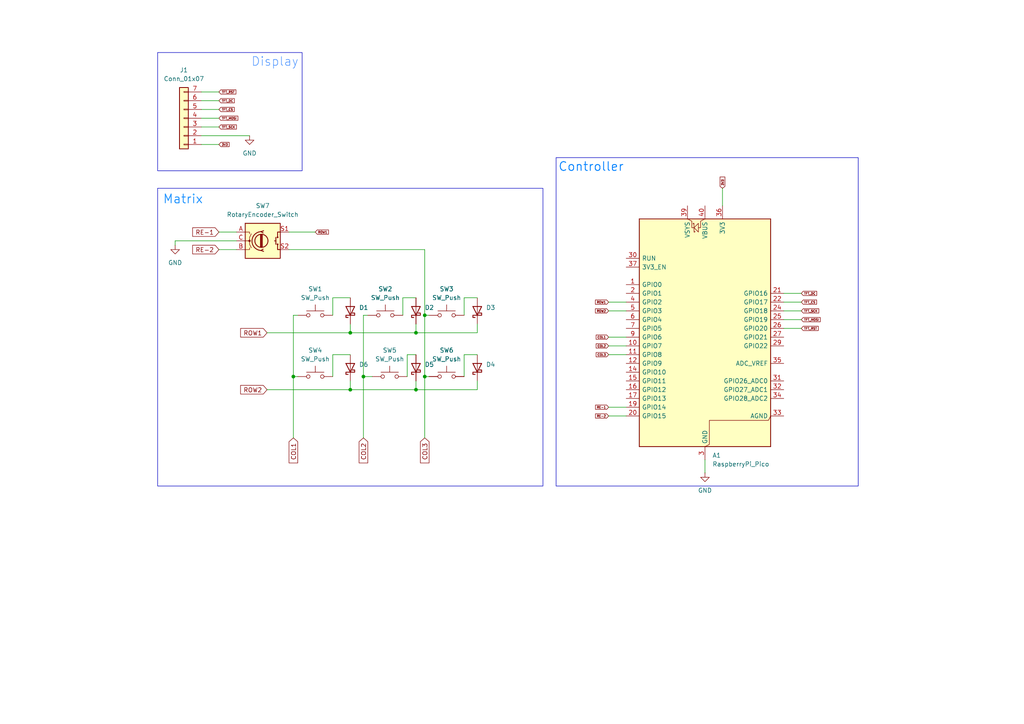
<source format=kicad_sch>
(kicad_sch
	(version 20250114)
	(generator "eeschema")
	(generator_version "9.0")
	(uuid "85e6beb6-1bc5-4da2-8fde-a0af25c84d61")
	(paper "A4")
	(lib_symbols
		(symbol "Connector_Generic:Conn_01x07"
			(pin_names
				(offset 1.016)
				(hide yes)
			)
			(exclude_from_sim no)
			(in_bom yes)
			(on_board yes)
			(property "Reference" "J"
				(at 0 10.16 0)
				(effects
					(font
						(size 1.27 1.27)
					)
				)
			)
			(property "Value" "Conn_01x07"
				(at 0 -10.16 0)
				(effects
					(font
						(size 1.27 1.27)
					)
				)
			)
			(property "Footprint" ""
				(at 0 0 0)
				(effects
					(font
						(size 1.27 1.27)
					)
					(hide yes)
				)
			)
			(property "Datasheet" "~"
				(at 0 0 0)
				(effects
					(font
						(size 1.27 1.27)
					)
					(hide yes)
				)
			)
			(property "Description" "Generic connector, single row, 01x07, script generated (kicad-library-utils/schlib/autogen/connector/)"
				(at 0 0 0)
				(effects
					(font
						(size 1.27 1.27)
					)
					(hide yes)
				)
			)
			(property "ki_keywords" "connector"
				(at 0 0 0)
				(effects
					(font
						(size 1.27 1.27)
					)
					(hide yes)
				)
			)
			(property "ki_fp_filters" "Connector*:*_1x??_*"
				(at 0 0 0)
				(effects
					(font
						(size 1.27 1.27)
					)
					(hide yes)
				)
			)
			(symbol "Conn_01x07_1_1"
				(rectangle
					(start -1.27 8.89)
					(end 1.27 -8.89)
					(stroke
						(width 0.254)
						(type default)
					)
					(fill
						(type background)
					)
				)
				(rectangle
					(start -1.27 7.747)
					(end 0 7.493)
					(stroke
						(width 0.1524)
						(type default)
					)
					(fill
						(type none)
					)
				)
				(rectangle
					(start -1.27 5.207)
					(end 0 4.953)
					(stroke
						(width 0.1524)
						(type default)
					)
					(fill
						(type none)
					)
				)
				(rectangle
					(start -1.27 2.667)
					(end 0 2.413)
					(stroke
						(width 0.1524)
						(type default)
					)
					(fill
						(type none)
					)
				)
				(rectangle
					(start -1.27 0.127)
					(end 0 -0.127)
					(stroke
						(width 0.1524)
						(type default)
					)
					(fill
						(type none)
					)
				)
				(rectangle
					(start -1.27 -2.413)
					(end 0 -2.667)
					(stroke
						(width 0.1524)
						(type default)
					)
					(fill
						(type none)
					)
				)
				(rectangle
					(start -1.27 -4.953)
					(end 0 -5.207)
					(stroke
						(width 0.1524)
						(type default)
					)
					(fill
						(type none)
					)
				)
				(rectangle
					(start -1.27 -7.493)
					(end 0 -7.747)
					(stroke
						(width 0.1524)
						(type default)
					)
					(fill
						(type none)
					)
				)
				(pin passive line
					(at -5.08 7.62 0)
					(length 3.81)
					(name "Pin_1"
						(effects
							(font
								(size 1.27 1.27)
							)
						)
					)
					(number "1"
						(effects
							(font
								(size 1.27 1.27)
							)
						)
					)
				)
				(pin passive line
					(at -5.08 5.08 0)
					(length 3.81)
					(name "Pin_2"
						(effects
							(font
								(size 1.27 1.27)
							)
						)
					)
					(number "2"
						(effects
							(font
								(size 1.27 1.27)
							)
						)
					)
				)
				(pin passive line
					(at -5.08 2.54 0)
					(length 3.81)
					(name "Pin_3"
						(effects
							(font
								(size 1.27 1.27)
							)
						)
					)
					(number "3"
						(effects
							(font
								(size 1.27 1.27)
							)
						)
					)
				)
				(pin passive line
					(at -5.08 0 0)
					(length 3.81)
					(name "Pin_4"
						(effects
							(font
								(size 1.27 1.27)
							)
						)
					)
					(number "4"
						(effects
							(font
								(size 1.27 1.27)
							)
						)
					)
				)
				(pin passive line
					(at -5.08 -2.54 0)
					(length 3.81)
					(name "Pin_5"
						(effects
							(font
								(size 1.27 1.27)
							)
						)
					)
					(number "5"
						(effects
							(font
								(size 1.27 1.27)
							)
						)
					)
				)
				(pin passive line
					(at -5.08 -5.08 0)
					(length 3.81)
					(name "Pin_6"
						(effects
							(font
								(size 1.27 1.27)
							)
						)
					)
					(number "6"
						(effects
							(font
								(size 1.27 1.27)
							)
						)
					)
				)
				(pin passive line
					(at -5.08 -7.62 0)
					(length 3.81)
					(name "Pin_7"
						(effects
							(font
								(size 1.27 1.27)
							)
						)
					)
					(number "7"
						(effects
							(font
								(size 1.27 1.27)
							)
						)
					)
				)
			)
			(embedded_fonts no)
		)
		(symbol "Device:RotaryEncoder_Switch"
			(pin_names
				(offset 0.254)
				(hide yes)
			)
			(exclude_from_sim no)
			(in_bom yes)
			(on_board yes)
			(property "Reference" "SW"
				(at 0 6.604 0)
				(effects
					(font
						(size 1.27 1.27)
					)
				)
			)
			(property "Value" "RotaryEncoder_Switch"
				(at 0 -6.604 0)
				(effects
					(font
						(size 1.27 1.27)
					)
				)
			)
			(property "Footprint" ""
				(at -3.81 4.064 0)
				(effects
					(font
						(size 1.27 1.27)
					)
					(hide yes)
				)
			)
			(property "Datasheet" "~"
				(at 0 6.604 0)
				(effects
					(font
						(size 1.27 1.27)
					)
					(hide yes)
				)
			)
			(property "Description" "Rotary encoder, dual channel, incremental quadrate outputs, with switch"
				(at 0 0 0)
				(effects
					(font
						(size 1.27 1.27)
					)
					(hide yes)
				)
			)
			(property "ki_keywords" "rotary switch encoder switch push button"
				(at 0 0 0)
				(effects
					(font
						(size 1.27 1.27)
					)
					(hide yes)
				)
			)
			(property "ki_fp_filters" "RotaryEncoder*Switch*"
				(at 0 0 0)
				(effects
					(font
						(size 1.27 1.27)
					)
					(hide yes)
				)
			)
			(symbol "RotaryEncoder_Switch_0_1"
				(rectangle
					(start -5.08 5.08)
					(end 5.08 -5.08)
					(stroke
						(width 0.254)
						(type default)
					)
					(fill
						(type background)
					)
				)
				(polyline
					(pts
						(xy -5.08 2.54) (xy -3.81 2.54) (xy -3.81 2.032)
					)
					(stroke
						(width 0)
						(type default)
					)
					(fill
						(type none)
					)
				)
				(polyline
					(pts
						(xy -5.08 0) (xy -3.81 0) (xy -3.81 -1.016) (xy -3.302 -2.032)
					)
					(stroke
						(width 0)
						(type default)
					)
					(fill
						(type none)
					)
				)
				(polyline
					(pts
						(xy -5.08 -2.54) (xy -3.81 -2.54) (xy -3.81 -2.032)
					)
					(stroke
						(width 0)
						(type default)
					)
					(fill
						(type none)
					)
				)
				(polyline
					(pts
						(xy -4.318 0) (xy -3.81 0) (xy -3.81 1.016) (xy -3.302 2.032)
					)
					(stroke
						(width 0)
						(type default)
					)
					(fill
						(type none)
					)
				)
				(circle
					(center -3.81 0)
					(radius 0.254)
					(stroke
						(width 0)
						(type default)
					)
					(fill
						(type outline)
					)
				)
				(polyline
					(pts
						(xy -0.635 -1.778) (xy -0.635 1.778)
					)
					(stroke
						(width 0.254)
						(type default)
					)
					(fill
						(type none)
					)
				)
				(circle
					(center -0.381 0)
					(radius 1.905)
					(stroke
						(width 0.254)
						(type default)
					)
					(fill
						(type none)
					)
				)
				(polyline
					(pts
						(xy -0.381 -1.778) (xy -0.381 1.778)
					)
					(stroke
						(width 0.254)
						(type default)
					)
					(fill
						(type none)
					)
				)
				(arc
					(start -0.381 -2.794)
					(mid -3.0988 -0.0635)
					(end -0.381 2.667)
					(stroke
						(width 0.254)
						(type default)
					)
					(fill
						(type none)
					)
				)
				(polyline
					(pts
						(xy -0.127 1.778) (xy -0.127 -1.778)
					)
					(stroke
						(width 0.254)
						(type default)
					)
					(fill
						(type none)
					)
				)
				(polyline
					(pts
						(xy 0.254 2.921) (xy -0.508 2.667) (xy 0.127 2.286)
					)
					(stroke
						(width 0.254)
						(type default)
					)
					(fill
						(type none)
					)
				)
				(polyline
					(pts
						(xy 0.254 -3.048) (xy -0.508 -2.794) (xy 0.127 -2.413)
					)
					(stroke
						(width 0.254)
						(type default)
					)
					(fill
						(type none)
					)
				)
				(polyline
					(pts
						(xy 3.81 1.016) (xy 3.81 -1.016)
					)
					(stroke
						(width 0.254)
						(type default)
					)
					(fill
						(type none)
					)
				)
				(polyline
					(pts
						(xy 3.81 0) (xy 3.429 0)
					)
					(stroke
						(width 0.254)
						(type default)
					)
					(fill
						(type none)
					)
				)
				(circle
					(center 4.318 1.016)
					(radius 0.127)
					(stroke
						(width 0.254)
						(type default)
					)
					(fill
						(type none)
					)
				)
				(circle
					(center 4.318 -1.016)
					(radius 0.127)
					(stroke
						(width 0.254)
						(type default)
					)
					(fill
						(type none)
					)
				)
				(polyline
					(pts
						(xy 5.08 2.54) (xy 4.318 2.54) (xy 4.318 1.016)
					)
					(stroke
						(width 0.254)
						(type default)
					)
					(fill
						(type none)
					)
				)
				(polyline
					(pts
						(xy 5.08 -2.54) (xy 4.318 -2.54) (xy 4.318 -1.016)
					)
					(stroke
						(width 0.254)
						(type default)
					)
					(fill
						(type none)
					)
				)
			)
			(symbol "RotaryEncoder_Switch_1_1"
				(pin passive line
					(at -7.62 2.54 0)
					(length 2.54)
					(name "A"
						(effects
							(font
								(size 1.27 1.27)
							)
						)
					)
					(number "A"
						(effects
							(font
								(size 1.27 1.27)
							)
						)
					)
				)
				(pin passive line
					(at -7.62 0 0)
					(length 2.54)
					(name "C"
						(effects
							(font
								(size 1.27 1.27)
							)
						)
					)
					(number "C"
						(effects
							(font
								(size 1.27 1.27)
							)
						)
					)
				)
				(pin passive line
					(at -7.62 -2.54 0)
					(length 2.54)
					(name "B"
						(effects
							(font
								(size 1.27 1.27)
							)
						)
					)
					(number "B"
						(effects
							(font
								(size 1.27 1.27)
							)
						)
					)
				)
				(pin passive line
					(at 7.62 2.54 180)
					(length 2.54)
					(name "S1"
						(effects
							(font
								(size 1.27 1.27)
							)
						)
					)
					(number "S1"
						(effects
							(font
								(size 1.27 1.27)
							)
						)
					)
				)
				(pin passive line
					(at 7.62 -2.54 180)
					(length 2.54)
					(name "S2"
						(effects
							(font
								(size 1.27 1.27)
							)
						)
					)
					(number "S2"
						(effects
							(font
								(size 1.27 1.27)
							)
						)
					)
				)
			)
			(embedded_fonts no)
		)
		(symbol "Diode:DSB5712"
			(pin_numbers
				(hide yes)
			)
			(pin_names
				(offset 1.016)
				(hide yes)
			)
			(exclude_from_sim no)
			(in_bom yes)
			(on_board yes)
			(property "Reference" "D"
				(at 0 2.54 0)
				(effects
					(font
						(size 1.27 1.27)
					)
				)
			)
			(property "Value" "DSB5712"
				(at 0 -2.54 0)
				(effects
					(font
						(size 1.27 1.27)
					)
				)
			)
			(property "Footprint" "Diode_THT:D_DO-35_SOD27_P7.62mm_Horizontal"
				(at 0 -4.445 0)
				(effects
					(font
						(size 1.27 1.27)
					)
					(hide yes)
				)
			)
			(property "Datasheet" "https://www.microsemi.com/document-portal/doc_download/8865-lds-0040-datasheet"
				(at 0 0 0)
				(effects
					(font
						(size 1.27 1.27)
					)
					(hide yes)
				)
			)
			(property "Description" "20V 75mA Schottky diode, DO-35"
				(at 0 0 0)
				(effects
					(font
						(size 1.27 1.27)
					)
					(hide yes)
				)
			)
			(property "ki_keywords" "diode Schottky"
				(at 0 0 0)
				(effects
					(font
						(size 1.27 1.27)
					)
					(hide yes)
				)
			)
			(property "ki_fp_filters" "D*DO?35*"
				(at 0 0 0)
				(effects
					(font
						(size 1.27 1.27)
					)
					(hide yes)
				)
			)
			(symbol "DSB5712_0_1"
				(polyline
					(pts
						(xy -1.905 0.635) (xy -1.905 1.27) (xy -1.27 1.27) (xy -1.27 -1.27) (xy -0.635 -1.27) (xy -0.635 -0.635)
					)
					(stroke
						(width 0.254)
						(type default)
					)
					(fill
						(type none)
					)
				)
				(polyline
					(pts
						(xy 1.27 1.27) (xy 1.27 -1.27) (xy -1.27 0) (xy 1.27 1.27)
					)
					(stroke
						(width 0.254)
						(type default)
					)
					(fill
						(type none)
					)
				)
				(polyline
					(pts
						(xy 1.27 0) (xy -1.27 0)
					)
					(stroke
						(width 0)
						(type default)
					)
					(fill
						(type none)
					)
				)
			)
			(symbol "DSB5712_1_1"
				(pin passive line
					(at -3.81 0 0)
					(length 2.54)
					(name "K"
						(effects
							(font
								(size 1.27 1.27)
							)
						)
					)
					(number "1"
						(effects
							(font
								(size 1.27 1.27)
							)
						)
					)
				)
				(pin passive line
					(at 3.81 0 180)
					(length 2.54)
					(name "A"
						(effects
							(font
								(size 1.27 1.27)
							)
						)
					)
					(number "2"
						(effects
							(font
								(size 1.27 1.27)
							)
						)
					)
				)
			)
			(embedded_fonts no)
		)
		(symbol "MCU_Module:RaspberryPi_Pico"
			(pin_names
				(offset 0.762)
			)
			(exclude_from_sim no)
			(in_bom yes)
			(on_board yes)
			(property "Reference" "A"
				(at -19.05 35.56 0)
				(effects
					(font
						(size 1.27 1.27)
					)
					(justify left)
				)
			)
			(property "Value" "RaspberryPi_Pico"
				(at 7.62 35.56 0)
				(effects
					(font
						(size 1.27 1.27)
					)
					(justify left)
				)
			)
			(property "Footprint" "Module:RaspberryPi_Pico_Common_Unspecified"
				(at 0 -46.99 0)
				(effects
					(font
						(size 1.27 1.27)
					)
					(hide yes)
				)
			)
			(property "Datasheet" "https://datasheets.raspberrypi.com/pico/pico-datasheet.pdf"
				(at 0 -49.53 0)
				(effects
					(font
						(size 1.27 1.27)
					)
					(hide yes)
				)
			)
			(property "Description" "Versatile and inexpensive microcontroller module powered by RP2040 dual-core Arm Cortex-M0+ processor up to 133 MHz, 264kB SRAM, 2MB QSPI flash; also supports Raspberry Pi Pico 2"
				(at 0 -52.07 0)
				(effects
					(font
						(size 1.27 1.27)
					)
					(hide yes)
				)
			)
			(property "ki_keywords" "RP2350A M33 RISC-V Hazard3 usb"
				(at 0 0 0)
				(effects
					(font
						(size 1.27 1.27)
					)
					(hide yes)
				)
			)
			(property "ki_fp_filters" "RaspberryPi?Pico?Common* RaspberryPi?Pico?SMD*"
				(at 0 0 0)
				(effects
					(font
						(size 1.27 1.27)
					)
					(hide yes)
				)
			)
			(symbol "RaspberryPi_Pico_0_1"
				(rectangle
					(start -19.05 34.29)
					(end 19.05 -31.75)
					(stroke
						(width 0.254)
						(type default)
					)
					(fill
						(type background)
					)
				)
				(polyline
					(pts
						(xy -5.08 34.29) (xy -3.81 33.655) (xy -3.81 31.75) (xy -3.175 31.75)
					)
					(stroke
						(width 0)
						(type default)
					)
					(fill
						(type none)
					)
				)
				(polyline
					(pts
						(xy -3.429 32.766) (xy -3.429 33.02) (xy -3.175 33.02) (xy -3.175 30.48) (xy -2.921 30.48) (xy -2.921 30.734)
					)
					(stroke
						(width 0)
						(type default)
					)
					(fill
						(type none)
					)
				)
				(polyline
					(pts
						(xy -3.175 31.75) (xy -1.905 33.02) (xy -1.905 30.48) (xy -3.175 31.75)
					)
					(stroke
						(width 0)
						(type default)
					)
					(fill
						(type none)
					)
				)
				(polyline
					(pts
						(xy 0 34.29) (xy -1.27 33.655) (xy -1.27 31.75) (xy -1.905 31.75)
					)
					(stroke
						(width 0)
						(type default)
					)
					(fill
						(type none)
					)
				)
				(polyline
					(pts
						(xy 0 -31.75) (xy 1.27 -31.115) (xy 1.27 -24.13) (xy 18.415 -24.13) (xy 19.05 -22.86)
					)
					(stroke
						(width 0)
						(type default)
					)
					(fill
						(type none)
					)
				)
			)
			(symbol "RaspberryPi_Pico_1_1"
				(pin passive line
					(at -22.86 22.86 0)
					(length 3.81)
					(name "RUN"
						(effects
							(font
								(size 1.27 1.27)
							)
						)
					)
					(number "30"
						(effects
							(font
								(size 1.27 1.27)
							)
						)
					)
					(alternate "~{RESET}" passive line)
				)
				(pin passive line
					(at -22.86 20.32 0)
					(length 3.81)
					(name "3V3_EN"
						(effects
							(font
								(size 1.27 1.27)
							)
						)
					)
					(number "37"
						(effects
							(font
								(size 1.27 1.27)
							)
						)
					)
					(alternate "~{3V3_DISABLE}" passive line)
				)
				(pin bidirectional line
					(at -22.86 15.24 0)
					(length 3.81)
					(name "GPIO0"
						(effects
							(font
								(size 1.27 1.27)
							)
						)
					)
					(number "1"
						(effects
							(font
								(size 1.27 1.27)
							)
						)
					)
					(alternate "I2C0_SDA" bidirectional line)
					(alternate "PWM0_A" output line)
					(alternate "SPI0_RX" input line)
					(alternate "UART0_TX" output line)
					(alternate "USB_OVCUR_DET" input line)
				)
				(pin bidirectional line
					(at -22.86 12.7 0)
					(length 3.81)
					(name "GPIO1"
						(effects
							(font
								(size 1.27 1.27)
							)
						)
					)
					(number "2"
						(effects
							(font
								(size 1.27 1.27)
							)
						)
					)
					(alternate "I2C0_SCL" bidirectional clock)
					(alternate "PWM0_B" bidirectional line)
					(alternate "UART0_RX" input line)
					(alternate "USB_VBUS_DET" passive line)
					(alternate "~{SPI0_CSn}" bidirectional line)
				)
				(pin bidirectional line
					(at -22.86 10.16 0)
					(length 3.81)
					(name "GPIO2"
						(effects
							(font
								(size 1.27 1.27)
							)
						)
					)
					(number "4"
						(effects
							(font
								(size 1.27 1.27)
							)
						)
					)
					(alternate "I2C1_SDA" bidirectional line)
					(alternate "PWM1_A" output line)
					(alternate "SPI0_SCK" bidirectional clock)
					(alternate "UART0_CTS" input line)
					(alternate "USB_VBUS_EN" output line)
				)
				(pin bidirectional line
					(at -22.86 7.62 0)
					(length 3.81)
					(name "GPIO3"
						(effects
							(font
								(size 1.27 1.27)
							)
						)
					)
					(number "5"
						(effects
							(font
								(size 1.27 1.27)
							)
						)
					)
					(alternate "I2C1_SCL" bidirectional clock)
					(alternate "PWM1_B" bidirectional line)
					(alternate "SPI0_TX" output line)
					(alternate "UART0_RTS" output line)
					(alternate "USB_OVCUR_DET" input line)
				)
				(pin bidirectional line
					(at -22.86 5.08 0)
					(length 3.81)
					(name "GPIO4"
						(effects
							(font
								(size 1.27 1.27)
							)
						)
					)
					(number "6"
						(effects
							(font
								(size 1.27 1.27)
							)
						)
					)
					(alternate "I2C0_SDA" bidirectional line)
					(alternate "PWM2_A" output line)
					(alternate "SPI0_RX" input line)
					(alternate "UART1_TX" output line)
					(alternate "USB_VBUS_DET" input line)
				)
				(pin bidirectional line
					(at -22.86 2.54 0)
					(length 3.81)
					(name "GPIO5"
						(effects
							(font
								(size 1.27 1.27)
							)
						)
					)
					(number "7"
						(effects
							(font
								(size 1.27 1.27)
							)
						)
					)
					(alternate "I2C0_SCL" bidirectional clock)
					(alternate "PWM2_B" bidirectional line)
					(alternate "UART1_RX" input line)
					(alternate "USB_VBUS_EN" output line)
					(alternate "~{SPI0_CSn}" bidirectional line)
				)
				(pin bidirectional line
					(at -22.86 0 0)
					(length 3.81)
					(name "GPIO6"
						(effects
							(font
								(size 1.27 1.27)
							)
						)
					)
					(number "9"
						(effects
							(font
								(size 1.27 1.27)
							)
						)
					)
					(alternate "I2C1_SDA" bidirectional line)
					(alternate "PWM3_A" output line)
					(alternate "SPI0_SCK" bidirectional clock)
					(alternate "UART1_CTS" input line)
					(alternate "USB_OVCUR_DET" input line)
				)
				(pin bidirectional line
					(at -22.86 -2.54 0)
					(length 3.81)
					(name "GPIO7"
						(effects
							(font
								(size 1.27 1.27)
							)
						)
					)
					(number "10"
						(effects
							(font
								(size 1.27 1.27)
							)
						)
					)
					(alternate "I2C1_SCL" bidirectional clock)
					(alternate "PWM3_B" bidirectional line)
					(alternate "SPI0_TX" output line)
					(alternate "UART1_RTS" output line)
					(alternate "USB_VBUS_DET" input line)
				)
				(pin bidirectional line
					(at -22.86 -5.08 0)
					(length 3.81)
					(name "GPIO8"
						(effects
							(font
								(size 1.27 1.27)
							)
						)
					)
					(number "11"
						(effects
							(font
								(size 1.27 1.27)
							)
						)
					)
					(alternate "I2C0_SDA" bidirectional line)
					(alternate "PWM4_A" output line)
					(alternate "SPI1_RX" input line)
					(alternate "UART1_TX" output line)
					(alternate "USB_VBUS_EN" output line)
				)
				(pin bidirectional line
					(at -22.86 -7.62 0)
					(length 3.81)
					(name "GPIO9"
						(effects
							(font
								(size 1.27 1.27)
							)
						)
					)
					(number "12"
						(effects
							(font
								(size 1.27 1.27)
							)
						)
					)
					(alternate "I2C0_SCL" bidirectional clock)
					(alternate "PWM4_B" bidirectional line)
					(alternate "UART1_RX" input line)
					(alternate "USB_OVCUR_DET" input line)
					(alternate "~{SPI1_CSn}" bidirectional line)
				)
				(pin bidirectional line
					(at -22.86 -10.16 0)
					(length 3.81)
					(name "GPIO10"
						(effects
							(font
								(size 1.27 1.27)
							)
						)
					)
					(number "14"
						(effects
							(font
								(size 1.27 1.27)
							)
						)
					)
					(alternate "I2C1_SDA" bidirectional line)
					(alternate "PWM5_A" output line)
					(alternate "SPI1_SCK" bidirectional clock)
					(alternate "UART1_CTS" input line)
					(alternate "USB_VBUS_DET" input line)
				)
				(pin bidirectional line
					(at -22.86 -12.7 0)
					(length 3.81)
					(name "GPIO11"
						(effects
							(font
								(size 1.27 1.27)
							)
						)
					)
					(number "15"
						(effects
							(font
								(size 1.27 1.27)
							)
						)
					)
					(alternate "I2C1_SCL" bidirectional clock)
					(alternate "PWM5_B" bidirectional line)
					(alternate "SPI1_TX" output line)
					(alternate "UART1_RTS" output line)
					(alternate "USB_VBUS_EN" output line)
				)
				(pin bidirectional line
					(at -22.86 -15.24 0)
					(length 3.81)
					(name "GPIO12"
						(effects
							(font
								(size 1.27 1.27)
							)
						)
					)
					(number "16"
						(effects
							(font
								(size 1.27 1.27)
							)
						)
					)
					(alternate "I2C0_SDA" bidirectional line)
					(alternate "PWM6_A" output line)
					(alternate "SPI1_RX" input line)
					(alternate "UART0_TX" output line)
					(alternate "USB_OVCUR_DET" input line)
				)
				(pin bidirectional line
					(at -22.86 -17.78 0)
					(length 3.81)
					(name "GPIO13"
						(effects
							(font
								(size 1.27 1.27)
							)
						)
					)
					(number "17"
						(effects
							(font
								(size 1.27 1.27)
							)
						)
					)
					(alternate "I2C0_SCL" bidirectional clock)
					(alternate "PWM6_B" bidirectional line)
					(alternate "UART0_RX" input line)
					(alternate "USB_VBUS_DET" input line)
					(alternate "~{SPI1_CSn}" bidirectional line)
				)
				(pin bidirectional line
					(at -22.86 -20.32 0)
					(length 3.81)
					(name "GPIO14"
						(effects
							(font
								(size 1.27 1.27)
							)
						)
					)
					(number "19"
						(effects
							(font
								(size 1.27 1.27)
							)
						)
					)
					(alternate "I2C1_SDA" bidirectional line)
					(alternate "PWM7_A" output line)
					(alternate "SPI1_SCK" bidirectional clock)
					(alternate "UART0_CTS" input line)
					(alternate "USB_VBUS_EN" output line)
				)
				(pin bidirectional line
					(at -22.86 -22.86 0)
					(length 3.81)
					(name "GPIO15"
						(effects
							(font
								(size 1.27 1.27)
							)
						)
					)
					(number "20"
						(effects
							(font
								(size 1.27 1.27)
							)
						)
					)
					(alternate "I2C1_SCL" bidirectional clock)
					(alternate "PWM7_B" bidirectional line)
					(alternate "SPI1_TX" output line)
					(alternate "UART0_RTS" output line)
					(alternate "USB_OVCUR_DET" input line)
				)
				(pin power_in line
					(at -5.08 38.1 270)
					(length 3.81)
					(name "VSYS"
						(effects
							(font
								(size 1.27 1.27)
							)
						)
					)
					(number "39"
						(effects
							(font
								(size 1.27 1.27)
							)
						)
					)
					(alternate "VSYS_OUT" power_out line)
				)
				(pin power_out line
					(at 0 38.1 270)
					(length 3.81)
					(name "VBUS"
						(effects
							(font
								(size 1.27 1.27)
							)
						)
					)
					(number "40"
						(effects
							(font
								(size 1.27 1.27)
							)
						)
					)
					(alternate "VBUS_IN" power_in line)
				)
				(pin passive line
					(at 0 -35.56 90)
					(length 3.81)
					(hide yes)
					(name "GND"
						(effects
							(font
								(size 1.27 1.27)
							)
						)
					)
					(number "13"
						(effects
							(font
								(size 1.27 1.27)
							)
						)
					)
				)
				(pin passive line
					(at 0 -35.56 90)
					(length 3.81)
					(hide yes)
					(name "GND"
						(effects
							(font
								(size 1.27 1.27)
							)
						)
					)
					(number "18"
						(effects
							(font
								(size 1.27 1.27)
							)
						)
					)
				)
				(pin passive line
					(at 0 -35.56 90)
					(length 3.81)
					(hide yes)
					(name "GND"
						(effects
							(font
								(size 1.27 1.27)
							)
						)
					)
					(number "23"
						(effects
							(font
								(size 1.27 1.27)
							)
						)
					)
				)
				(pin passive line
					(at 0 -35.56 90)
					(length 3.81)
					(hide yes)
					(name "GND"
						(effects
							(font
								(size 1.27 1.27)
							)
						)
					)
					(number "28"
						(effects
							(font
								(size 1.27 1.27)
							)
						)
					)
				)
				(pin power_out line
					(at 0 -35.56 90)
					(length 3.81)
					(name "GND"
						(effects
							(font
								(size 1.27 1.27)
							)
						)
					)
					(number "3"
						(effects
							(font
								(size 1.27 1.27)
							)
						)
					)
					(alternate "GND_IN" power_in line)
				)
				(pin passive line
					(at 0 -35.56 90)
					(length 3.81)
					(hide yes)
					(name "GND"
						(effects
							(font
								(size 1.27 1.27)
							)
						)
					)
					(number "38"
						(effects
							(font
								(size 1.27 1.27)
							)
						)
					)
				)
				(pin passive line
					(at 0 -35.56 90)
					(length 3.81)
					(hide yes)
					(name "GND"
						(effects
							(font
								(size 1.27 1.27)
							)
						)
					)
					(number "8"
						(effects
							(font
								(size 1.27 1.27)
							)
						)
					)
				)
				(pin power_out line
					(at 5.08 38.1 270)
					(length 3.81)
					(name "3V3"
						(effects
							(font
								(size 1.27 1.27)
							)
						)
					)
					(number "36"
						(effects
							(font
								(size 1.27 1.27)
							)
						)
					)
				)
				(pin bidirectional line
					(at 22.86 12.7 180)
					(length 3.81)
					(name "GPIO16"
						(effects
							(font
								(size 1.27 1.27)
							)
						)
					)
					(number "21"
						(effects
							(font
								(size 1.27 1.27)
							)
						)
					)
					(alternate "I2C0_SDA" bidirectional line)
					(alternate "PWM0_A" output line)
					(alternate "SPI0_RX" input line)
					(alternate "UART0_TX" output line)
					(alternate "USB_VBUS_DET" input line)
				)
				(pin bidirectional line
					(at 22.86 10.16 180)
					(length 3.81)
					(name "GPIO17"
						(effects
							(font
								(size 1.27 1.27)
							)
						)
					)
					(number "22"
						(effects
							(font
								(size 1.27 1.27)
							)
						)
					)
					(alternate "I2C0_SCL" bidirectional clock)
					(alternate "PWM0_B" bidirectional line)
					(alternate "UART0_RX" input line)
					(alternate "USB_VBUS_EN" output line)
					(alternate "~{SPI0_CSn}" bidirectional line)
				)
				(pin bidirectional line
					(at 22.86 7.62 180)
					(length 3.81)
					(name "GPIO18"
						(effects
							(font
								(size 1.27 1.27)
							)
						)
					)
					(number "24"
						(effects
							(font
								(size 1.27 1.27)
							)
						)
					)
					(alternate "I2C1_SDA" bidirectional line)
					(alternate "PWM1_A" output line)
					(alternate "SPI0_SCK" bidirectional clock)
					(alternate "UART0_CTS" input line)
					(alternate "USB_OVCUR_DET" input line)
				)
				(pin bidirectional line
					(at 22.86 5.08 180)
					(length 3.81)
					(name "GPIO19"
						(effects
							(font
								(size 1.27 1.27)
							)
						)
					)
					(number "25"
						(effects
							(font
								(size 1.27 1.27)
							)
						)
					)
					(alternate "I2C1_SCL" bidirectional clock)
					(alternate "PWM1_B" bidirectional line)
					(alternate "SPI0_TX" output line)
					(alternate "UART0_RTS" output line)
					(alternate "USB_VBUS_DET" input line)
				)
				(pin bidirectional line
					(at 22.86 2.54 180)
					(length 3.81)
					(name "GPIO20"
						(effects
							(font
								(size 1.27 1.27)
							)
						)
					)
					(number "26"
						(effects
							(font
								(size 1.27 1.27)
							)
						)
					)
					(alternate "CLOCK_GPIN0" input clock)
					(alternate "I2C0_SDA" bidirectional line)
					(alternate "PWM2_A" output line)
					(alternate "SPI0_RX" input line)
					(alternate "UART1_TX" output line)
					(alternate "USB_VBUS_EN" output line)
				)
				(pin bidirectional line
					(at 22.86 0 180)
					(length 3.81)
					(name "GPIO21"
						(effects
							(font
								(size 1.27 1.27)
							)
						)
					)
					(number "27"
						(effects
							(font
								(size 1.27 1.27)
							)
						)
					)
					(alternate "CLOCK_GPOUT0" output clock)
					(alternate "I2C0_SCL" bidirectional clock)
					(alternate "PWM2_B" bidirectional line)
					(alternate "UART1_RX" input line)
					(alternate "USB_OVCUR_DET" input line)
					(alternate "~{SPI0_CSn}" bidirectional line)
				)
				(pin bidirectional line
					(at 22.86 -2.54 180)
					(length 3.81)
					(name "GPIO22"
						(effects
							(font
								(size 1.27 1.27)
							)
						)
					)
					(number "29"
						(effects
							(font
								(size 1.27 1.27)
							)
						)
					)
					(alternate "CLOCK_GPIN1" input clock)
					(alternate "I2C1_SDA" bidirectional line)
					(alternate "PWM3_A" output line)
					(alternate "SPI0_SCK" bidirectional clock)
					(alternate "UART1_CTS" input line)
					(alternate "USB_VBUS_DET" input line)
				)
				(pin power_in line
					(at 22.86 -7.62 180)
					(length 3.81)
					(name "ADC_VREF"
						(effects
							(font
								(size 1.27 1.27)
							)
						)
					)
					(number "35"
						(effects
							(font
								(size 1.27 1.27)
							)
						)
					)
				)
				(pin bidirectional line
					(at 22.86 -12.7 180)
					(length 3.81)
					(name "GPIO26_ADC0"
						(effects
							(font
								(size 1.27 1.27)
							)
						)
					)
					(number "31"
						(effects
							(font
								(size 1.27 1.27)
							)
						)
					)
					(alternate "ADC0" input line)
					(alternate "GPIO26" bidirectional line)
					(alternate "I2C1_SDA" bidirectional line)
					(alternate "PWM5_A" output line)
					(alternate "SPI1_SCK" bidirectional clock)
					(alternate "UART1_CTS" input line)
					(alternate "USB_VBUS_EN" output line)
				)
				(pin bidirectional line
					(at 22.86 -15.24 180)
					(length 3.81)
					(name "GPIO27_ADC1"
						(effects
							(font
								(size 1.27 1.27)
							)
						)
					)
					(number "32"
						(effects
							(font
								(size 1.27 1.27)
							)
						)
					)
					(alternate "ADC1" input line)
					(alternate "GPIO27" bidirectional line)
					(alternate "I2C1_SCL" bidirectional clock)
					(alternate "PWM5_B" bidirectional line)
					(alternate "SPI1_TX" output line)
					(alternate "UART1_RTS" output line)
					(alternate "USB_OVCUR_DET" input line)
				)
				(pin bidirectional line
					(at 22.86 -17.78 180)
					(length 3.81)
					(name "GPIO28_ADC2"
						(effects
							(font
								(size 1.27 1.27)
							)
						)
					)
					(number "34"
						(effects
							(font
								(size 1.27 1.27)
							)
						)
					)
					(alternate "ADC2" input line)
					(alternate "GPIO28" bidirectional line)
					(alternate "I2C0_SDA" bidirectional line)
					(alternate "PWM6_A" output line)
					(alternate "SPI1_RX" input line)
					(alternate "UART0_TX" output line)
					(alternate "USB_VBUS_DET" input line)
				)
				(pin power_out line
					(at 22.86 -22.86 180)
					(length 3.81)
					(name "AGND"
						(effects
							(font
								(size 1.27 1.27)
							)
						)
					)
					(number "33"
						(effects
							(font
								(size 1.27 1.27)
							)
						)
					)
					(alternate "GND" passive line)
				)
			)
			(embedded_fonts no)
		)
		(symbol "Switch:SW_Push"
			(pin_numbers
				(hide yes)
			)
			(pin_names
				(offset 1.016)
				(hide yes)
			)
			(exclude_from_sim no)
			(in_bom yes)
			(on_board yes)
			(property "Reference" "SW"
				(at 1.27 2.54 0)
				(effects
					(font
						(size 1.27 1.27)
					)
					(justify left)
				)
			)
			(property "Value" "SW_Push"
				(at 0 -1.524 0)
				(effects
					(font
						(size 1.27 1.27)
					)
				)
			)
			(property "Footprint" ""
				(at 0 5.08 0)
				(effects
					(font
						(size 1.27 1.27)
					)
					(hide yes)
				)
			)
			(property "Datasheet" "~"
				(at 0 5.08 0)
				(effects
					(font
						(size 1.27 1.27)
					)
					(hide yes)
				)
			)
			(property "Description" "Push button switch, generic, two pins"
				(at 0 0 0)
				(effects
					(font
						(size 1.27 1.27)
					)
					(hide yes)
				)
			)
			(property "ki_keywords" "switch normally-open pushbutton push-button"
				(at 0 0 0)
				(effects
					(font
						(size 1.27 1.27)
					)
					(hide yes)
				)
			)
			(symbol "SW_Push_0_1"
				(circle
					(center -2.032 0)
					(radius 0.508)
					(stroke
						(width 0)
						(type default)
					)
					(fill
						(type none)
					)
				)
				(polyline
					(pts
						(xy 0 1.27) (xy 0 3.048)
					)
					(stroke
						(width 0)
						(type default)
					)
					(fill
						(type none)
					)
				)
				(circle
					(center 2.032 0)
					(radius 0.508)
					(stroke
						(width 0)
						(type default)
					)
					(fill
						(type none)
					)
				)
				(polyline
					(pts
						(xy 2.54 1.27) (xy -2.54 1.27)
					)
					(stroke
						(width 0)
						(type default)
					)
					(fill
						(type none)
					)
				)
				(pin passive line
					(at -5.08 0 0)
					(length 2.54)
					(name "1"
						(effects
							(font
								(size 1.27 1.27)
							)
						)
					)
					(number "1"
						(effects
							(font
								(size 1.27 1.27)
							)
						)
					)
				)
				(pin passive line
					(at 5.08 0 180)
					(length 2.54)
					(name "2"
						(effects
							(font
								(size 1.27 1.27)
							)
						)
					)
					(number "2"
						(effects
							(font
								(size 1.27 1.27)
							)
						)
					)
				)
			)
			(embedded_fonts no)
		)
		(symbol "power:GND"
			(power)
			(pin_numbers
				(hide yes)
			)
			(pin_names
				(offset 0)
				(hide yes)
			)
			(exclude_from_sim no)
			(in_bom yes)
			(on_board yes)
			(property "Reference" "#PWR"
				(at 0 -6.35 0)
				(effects
					(font
						(size 1.27 1.27)
					)
					(hide yes)
				)
			)
			(property "Value" "GND"
				(at 0 -3.81 0)
				(effects
					(font
						(size 1.27 1.27)
					)
				)
			)
			(property "Footprint" ""
				(at 0 0 0)
				(effects
					(font
						(size 1.27 1.27)
					)
					(hide yes)
				)
			)
			(property "Datasheet" ""
				(at 0 0 0)
				(effects
					(font
						(size 1.27 1.27)
					)
					(hide yes)
				)
			)
			(property "Description" "Power symbol creates a global label with name \"GND\" , ground"
				(at 0 0 0)
				(effects
					(font
						(size 1.27 1.27)
					)
					(hide yes)
				)
			)
			(property "ki_keywords" "global power"
				(at 0 0 0)
				(effects
					(font
						(size 1.27 1.27)
					)
					(hide yes)
				)
			)
			(symbol "GND_0_1"
				(polyline
					(pts
						(xy 0 0) (xy 0 -1.27) (xy 1.27 -1.27) (xy 0 -2.54) (xy -1.27 -1.27) (xy 0 -1.27)
					)
					(stroke
						(width 0)
						(type default)
					)
					(fill
						(type none)
					)
				)
			)
			(symbol "GND_1_1"
				(pin power_in line
					(at 0 0 270)
					(length 0)
					(name "~"
						(effects
							(font
								(size 1.27 1.27)
							)
						)
					)
					(number "1"
						(effects
							(font
								(size 1.27 1.27)
							)
						)
					)
				)
			)
			(embedded_fonts no)
		)
	)
	(rectangle
		(start 45.72 15.24)
		(end 87.63 49.53)
		(stroke
			(width 0)
			(type default)
		)
		(fill
			(type none)
		)
		(uuid 3f643a39-2633-45da-967d-e38bb4196475)
	)
	(rectangle
		(start 161.29 45.72)
		(end 248.92 140.97)
		(stroke
			(width 0)
			(type default)
		)
		(fill
			(type none)
		)
		(uuid dd458bfa-4d54-47d2-8970-8e40fdc04f5d)
	)
	(rectangle
		(start 45.72 54.61)
		(end 157.48 140.97)
		(stroke
			(width 0)
			(type default)
		)
		(fill
			(type none)
		)
		(uuid f17b00f4-72e1-4bbd-915f-25b962097916)
	)
	(text "Display"
		(exclude_from_sim no)
		(at 79.756 18.034 0)
		(effects
			(font
				(size 2.54 2.54)
				(color 48 131 255 1)
			)
		)
		(uuid "3d3fa183-f4f3-43b9-b3b4-8d47e43628c9")
	)
	(text "Matrix"
		(exclude_from_sim no)
		(at 53.086 57.912 0)
		(effects
			(font
				(size 2.54 2.54)
				(thickness 0.254)
				(bold yes)
				(color 22 142 255 1)
			)
		)
		(uuid "a6ed87a3-ff77-4923-af43-9ed864be7611")
	)
	(text "Controller"
		(exclude_from_sim no)
		(at 171.45 48.514 0)
		(effects
			(font
				(size 2.54 2.54)
				(thickness 0.254)
				(bold yes)
				(color 0 127 255 1)
			)
		)
		(uuid "f03eb3cc-8f2c-4b2a-a680-b0c4f970ad81")
	)
	(junction
		(at 123.19 109.22)
		(diameter 0)
		(color 0 0 0 0)
		(uuid "0aecaaa2-6bf4-48a4-97af-06c7d1f9f5cf")
	)
	(junction
		(at 123.19 91.44)
		(diameter 0)
		(color 0 0 0 0)
		(uuid "2e53bf10-b141-42cd-a445-b5e93e021b1b")
	)
	(junction
		(at 85.09 109.22)
		(diameter 0)
		(color 0 0 0 0)
		(uuid "62633e08-dd9f-4cb0-a2fe-9197d9cd29a4")
	)
	(junction
		(at 101.6 113.03)
		(diameter 0)
		(color 0 0 0 0)
		(uuid "6a1914c7-5c46-485d-ba8d-98a968e3dbf4")
	)
	(junction
		(at 105.41 109.22)
		(diameter 0)
		(color 0 0 0 0)
		(uuid "7c3e324a-3549-4ea4-b8c0-4903c74dfc3f")
	)
	(junction
		(at 120.65 113.03)
		(diameter 0)
		(color 0 0 0 0)
		(uuid "a68d51b0-d494-470c-acda-17baf033d85e")
	)
	(junction
		(at 101.6 96.52)
		(diameter 0)
		(color 0 0 0 0)
		(uuid "b6766367-932f-496c-8506-2c4e6f0f261d")
	)
	(junction
		(at 120.65 96.52)
		(diameter 0)
		(color 0 0 0 0)
		(uuid "e472c048-88b5-4031-adf3-d9991dc21b1c")
	)
	(wire
		(pts
			(xy 68.58 69.85) (xy 50.8 69.85)
		)
		(stroke
			(width 0)
			(type default)
		)
		(uuid "077a9eee-fd3b-45df-a02e-416129acc5ca")
	)
	(wire
		(pts
			(xy 138.43 93.98) (xy 138.43 96.52)
		)
		(stroke
			(width 0)
			(type default)
		)
		(uuid "125459fd-d713-4fbc-a1e7-d848b3fd601a")
	)
	(wire
		(pts
			(xy 116.84 91.44) (xy 116.84 86.36)
		)
		(stroke
			(width 0)
			(type default)
		)
		(uuid "1468b811-b6b8-4463-b4d5-e2b2d5079e0b")
	)
	(wire
		(pts
			(xy 58.42 36.83) (xy 63.5 36.83)
		)
		(stroke
			(width 0)
			(type default)
		)
		(uuid "189c19b1-93ad-4666-9170-2166adc61783")
	)
	(wire
		(pts
			(xy 138.43 110.49) (xy 138.43 113.03)
		)
		(stroke
			(width 0)
			(type default)
		)
		(uuid "227e9c73-1959-405e-8c43-c57cdef464d3")
	)
	(wire
		(pts
			(xy 176.53 100.33) (xy 181.61 100.33)
		)
		(stroke
			(width 0)
			(type default)
		)
		(uuid "2aaace10-056f-4bf0-b508-5442a2178139")
	)
	(wire
		(pts
			(xy 227.33 92.71) (xy 232.41 92.71)
		)
		(stroke
			(width 0)
			(type default)
		)
		(uuid "2bca0946-9d92-4030-add1-af79cb4e796f")
	)
	(wire
		(pts
			(xy 123.19 109.22) (xy 124.46 109.22)
		)
		(stroke
			(width 0)
			(type default)
		)
		(uuid "2ee5f0c7-4460-4d59-b11f-a0ca6a4c9392")
	)
	(wire
		(pts
			(xy 105.41 91.44) (xy 106.68 91.44)
		)
		(stroke
			(width 0)
			(type default)
		)
		(uuid "31d87fd6-5e12-4c44-b572-b0c2d3e956d0")
	)
	(wire
		(pts
			(xy 227.33 85.09) (xy 232.41 85.09)
		)
		(stroke
			(width 0)
			(type default)
		)
		(uuid "3423be41-2fa7-4fbb-a2b2-03062b311537")
	)
	(wire
		(pts
			(xy 204.47 133.35) (xy 204.47 137.16)
		)
		(stroke
			(width 0)
			(type default)
		)
		(uuid "38025309-64a9-474e-9f0e-ddf76de06773")
	)
	(wire
		(pts
			(xy 134.62 109.22) (xy 134.62 102.87)
		)
		(stroke
			(width 0)
			(type default)
		)
		(uuid "394df0fb-fee4-4f8a-ac76-0d743acbf3b2")
	)
	(wire
		(pts
			(xy 134.62 91.44) (xy 134.62 86.36)
		)
		(stroke
			(width 0)
			(type default)
		)
		(uuid "4159fd32-bc48-4379-b463-9ea9413adcb4")
	)
	(wire
		(pts
			(xy 96.52 109.22) (xy 96.52 102.87)
		)
		(stroke
			(width 0)
			(type default)
		)
		(uuid "41a2f9df-4ed9-4864-b08d-9b2a57f77753")
	)
	(wire
		(pts
			(xy 83.82 67.31) (xy 91.44 67.31)
		)
		(stroke
			(width 0)
			(type default)
		)
		(uuid "433b6fe0-d190-4453-89cf-118457683784")
	)
	(wire
		(pts
			(xy 123.19 72.39) (xy 123.19 91.44)
		)
		(stroke
			(width 0)
			(type default)
		)
		(uuid "46c14d31-f1b1-4ff6-bf0f-adaf90d8ddf0")
	)
	(wire
		(pts
			(xy 101.6 93.98) (xy 101.6 96.52)
		)
		(stroke
			(width 0)
			(type default)
		)
		(uuid "53da7800-6bc8-40cc-a1ee-170d3ffda932")
	)
	(wire
		(pts
			(xy 63.5 72.39) (xy 68.58 72.39)
		)
		(stroke
			(width 0)
			(type default)
		)
		(uuid "54aaef8d-de75-42a5-83c4-1b2867a47039")
	)
	(wire
		(pts
			(xy 227.33 90.17) (xy 232.41 90.17)
		)
		(stroke
			(width 0)
			(type default)
		)
		(uuid "560d3638-1246-467e-9dee-e4cce7c2e502")
	)
	(wire
		(pts
			(xy 101.6 113.03) (xy 120.65 113.03)
		)
		(stroke
			(width 0)
			(type default)
		)
		(uuid "5739f3ad-f1c7-4ccd-9fa1-a7f2d959de7d")
	)
	(wire
		(pts
			(xy 58.42 29.21) (xy 63.5 29.21)
		)
		(stroke
			(width 0)
			(type default)
		)
		(uuid "58af0fab-ca89-4a09-8b72-94aee13798fc")
	)
	(wire
		(pts
			(xy 58.42 31.75) (xy 63.5 31.75)
		)
		(stroke
			(width 0)
			(type default)
		)
		(uuid "5a73b26d-4924-4be9-b20b-e0ec434f1970")
	)
	(wire
		(pts
			(xy 176.53 102.87) (xy 181.61 102.87)
		)
		(stroke
			(width 0)
			(type default)
		)
		(uuid "5a89a11d-f744-4598-984e-0a84d129779e")
	)
	(wire
		(pts
			(xy 85.09 127) (xy 85.09 109.22)
		)
		(stroke
			(width 0)
			(type default)
		)
		(uuid "657605ff-f55a-4caa-b5d6-98d340a352dd")
	)
	(wire
		(pts
			(xy 176.53 118.11) (xy 181.61 118.11)
		)
		(stroke
			(width 0)
			(type default)
		)
		(uuid "69f08002-1ad6-4260-a4b8-fe52260e0c11")
	)
	(wire
		(pts
			(xy 77.47 96.52) (xy 101.6 96.52)
		)
		(stroke
			(width 0)
			(type default)
		)
		(uuid "6c807016-9cfb-45a9-acc3-20fc2a9f4c45")
	)
	(wire
		(pts
			(xy 134.62 86.36) (xy 138.43 86.36)
		)
		(stroke
			(width 0)
			(type default)
		)
		(uuid "6df74316-c9a6-4f78-922c-af629ad11ee5")
	)
	(wire
		(pts
			(xy 120.65 113.03) (xy 138.43 113.03)
		)
		(stroke
			(width 0)
			(type default)
		)
		(uuid "7a21ca17-cafb-4d8b-a1c7-a5419f6ac245")
	)
	(wire
		(pts
			(xy 83.82 72.39) (xy 123.19 72.39)
		)
		(stroke
			(width 0)
			(type default)
		)
		(uuid "7e919ed3-ce31-4559-8413-486dbdd4c331")
	)
	(wire
		(pts
			(xy 209.55 54.61) (xy 209.55 59.69)
		)
		(stroke
			(width 0)
			(type default)
		)
		(uuid "87ea0997-7a91-4348-8552-c2337a9f5512")
	)
	(wire
		(pts
			(xy 63.5 67.31) (xy 68.58 67.31)
		)
		(stroke
			(width 0)
			(type default)
		)
		(uuid "87ee6bf2-5e32-4ec4-a1a9-c54233abe90a")
	)
	(wire
		(pts
			(xy 120.65 96.52) (xy 138.43 96.52)
		)
		(stroke
			(width 0)
			(type default)
		)
		(uuid "88cd42a5-4744-4c6e-b267-63ea08d714dc")
	)
	(wire
		(pts
			(xy 96.52 86.36) (xy 101.6 86.36)
		)
		(stroke
			(width 0)
			(type default)
		)
		(uuid "895000ca-2c6a-4f1f-bf38-f759241fbffd")
	)
	(wire
		(pts
			(xy 176.53 87.63) (xy 181.61 87.63)
		)
		(stroke
			(width 0)
			(type default)
		)
		(uuid "94812e0d-a296-4765-a11f-0b9adf6b8ffb")
	)
	(wire
		(pts
			(xy 123.19 109.22) (xy 123.19 127)
		)
		(stroke
			(width 0)
			(type default)
		)
		(uuid "94d70fe9-3985-4c7c-81ec-3fc88111fc26")
	)
	(wire
		(pts
			(xy 101.6 96.52) (xy 120.65 96.52)
		)
		(stroke
			(width 0)
			(type default)
		)
		(uuid "9aeb5318-1892-4664-a014-8bbb8d225651")
	)
	(wire
		(pts
			(xy 58.42 41.91) (xy 63.5 41.91)
		)
		(stroke
			(width 0)
			(type default)
		)
		(uuid "a1d01834-3b18-4f3a-9eac-c3fd8a10a7f8")
	)
	(wire
		(pts
			(xy 50.8 69.85) (xy 50.8 71.12)
		)
		(stroke
			(width 0)
			(type default)
		)
		(uuid "a3160904-3090-41ff-9c72-7e0b5f557b47")
	)
	(wire
		(pts
			(xy 105.41 109.22) (xy 105.41 91.44)
		)
		(stroke
			(width 0)
			(type default)
		)
		(uuid "a585690f-7c72-4a2f-8d54-a24a37179ffe")
	)
	(wire
		(pts
			(xy 176.53 97.79) (xy 181.61 97.79)
		)
		(stroke
			(width 0)
			(type default)
		)
		(uuid "a946386d-0699-4535-a1c5-51c1d2b9dfa8")
	)
	(wire
		(pts
			(xy 85.09 91.44) (xy 86.36 91.44)
		)
		(stroke
			(width 0)
			(type default)
		)
		(uuid "a9b05c00-f49a-4272-b553-d26c06c37b38")
	)
	(wire
		(pts
			(xy 123.19 91.44) (xy 123.19 109.22)
		)
		(stroke
			(width 0)
			(type default)
		)
		(uuid "ada027d5-4dd4-418b-88e4-0e2b53a8cf96")
	)
	(wire
		(pts
			(xy 227.33 95.25) (xy 232.41 95.25)
		)
		(stroke
			(width 0)
			(type default)
		)
		(uuid "b1df065f-d4b9-4a37-8fa2-6b7e48b5e4e0")
	)
	(wire
		(pts
			(xy 85.09 109.22) (xy 86.36 109.22)
		)
		(stroke
			(width 0)
			(type default)
		)
		(uuid "b4495619-11e8-4270-998a-b4dce607737e")
	)
	(wire
		(pts
			(xy 58.42 39.37) (xy 72.39 39.37)
		)
		(stroke
			(width 0)
			(type default)
		)
		(uuid "b5e11c8c-ffd1-484c-a821-997e3e8c0de8")
	)
	(wire
		(pts
			(xy 77.47 113.03) (xy 101.6 113.03)
		)
		(stroke
			(width 0)
			(type default)
		)
		(uuid "b606eb8d-6f4a-430a-9834-3986d663a657")
	)
	(wire
		(pts
			(xy 96.52 91.44) (xy 96.52 86.36)
		)
		(stroke
			(width 0)
			(type default)
		)
		(uuid "b621da4a-12d7-416e-9fbd-87871b23ff78")
	)
	(wire
		(pts
			(xy 227.33 87.63) (xy 232.41 87.63)
		)
		(stroke
			(width 0)
			(type default)
		)
		(uuid "bd9c87d4-c1be-466e-9e30-0ac0c6afd16a")
	)
	(wire
		(pts
			(xy 120.65 110.49) (xy 120.65 113.03)
		)
		(stroke
			(width 0)
			(type default)
		)
		(uuid "c5833486-3f33-4894-a9ba-0e7a19686813")
	)
	(wire
		(pts
			(xy 123.19 91.44) (xy 124.46 91.44)
		)
		(stroke
			(width 0)
			(type default)
		)
		(uuid "c7553bc1-ba07-408b-91a8-15729c87f6c6")
	)
	(wire
		(pts
			(xy 101.6 110.49) (xy 101.6 113.03)
		)
		(stroke
			(width 0)
			(type default)
		)
		(uuid "c87d888f-0950-4cc4-8d8c-933afde2c405")
	)
	(wire
		(pts
			(xy 105.41 109.22) (xy 107.95 109.22)
		)
		(stroke
			(width 0)
			(type default)
		)
		(uuid "d2e151d3-32c1-46b6-8cea-8a1199a78edd")
	)
	(wire
		(pts
			(xy 58.42 26.67) (xy 63.5 26.67)
		)
		(stroke
			(width 0)
			(type default)
		)
		(uuid "d32fd3b5-a771-4ba6-8a89-5da8f9b96afe")
	)
	(wire
		(pts
			(xy 120.65 93.98) (xy 120.65 96.52)
		)
		(stroke
			(width 0)
			(type default)
		)
		(uuid "d4377b9b-e9e4-43e9-909f-ec9b9373ad53")
	)
	(wire
		(pts
			(xy 105.41 127) (xy 105.41 109.22)
		)
		(stroke
			(width 0)
			(type default)
		)
		(uuid "d9d496a0-beba-41f0-a7f8-1c9f28b3db1b")
	)
	(wire
		(pts
			(xy 116.84 86.36) (xy 120.65 86.36)
		)
		(stroke
			(width 0)
			(type default)
		)
		(uuid "da039a23-f96f-4995-99d0-b5c9010a3161")
	)
	(wire
		(pts
			(xy 96.52 102.87) (xy 101.6 102.87)
		)
		(stroke
			(width 0)
			(type default)
		)
		(uuid "ea9a291d-67d0-4b55-8d8a-ccbe88635178")
	)
	(wire
		(pts
			(xy 118.11 102.87) (xy 120.65 102.87)
		)
		(stroke
			(width 0)
			(type default)
		)
		(uuid "ec9d8ec2-1c50-44a1-be1a-1251a9cb414d")
	)
	(wire
		(pts
			(xy 176.53 90.17) (xy 181.61 90.17)
		)
		(stroke
			(width 0)
			(type default)
		)
		(uuid "efce6911-85ba-497f-a286-af03c30431b9")
	)
	(wire
		(pts
			(xy 118.11 109.22) (xy 118.11 102.87)
		)
		(stroke
			(width 0)
			(type default)
		)
		(uuid "f1727f61-e39f-4a8f-88db-cede32626e2d")
	)
	(wire
		(pts
			(xy 58.42 34.29) (xy 63.5 34.29)
		)
		(stroke
			(width 0)
			(type default)
		)
		(uuid "f4607855-77a3-487a-bfd5-c7442238a0a1")
	)
	(wire
		(pts
			(xy 134.62 102.87) (xy 138.43 102.87)
		)
		(stroke
			(width 0)
			(type default)
		)
		(uuid "f54e7fea-47cb-4301-9a06-e14dbbd31ce6")
	)
	(wire
		(pts
			(xy 85.09 109.22) (xy 85.09 91.44)
		)
		(stroke
			(width 0)
			(type default)
		)
		(uuid "f9ae62f1-0827-45f2-b8e8-173e17053f6a")
	)
	(wire
		(pts
			(xy 176.53 120.65) (xy 181.61 120.65)
		)
		(stroke
			(width 0)
			(type default)
		)
		(uuid "fbffd3b3-d3a7-4445-9471-5fefdab9619c")
	)
	(global_label "COL2"
		(shape input)
		(at 105.41 127 270)
		(fields_autoplaced yes)
		(effects
			(font
				(size 1.27 1.27)
			)
			(justify right)
		)
		(uuid "2565bcb6-b58b-49db-80c1-3ed755b309ed")
		(property "Intersheetrefs" "${INTERSHEET_REFS}"
			(at 105.41 134.8233 90)
			(effects
				(font
					(size 1.27 1.27)
				)
				(justify right)
				(hide yes)
			)
		)
	)
	(global_label "TFT_SCK"
		(shape input)
		(at 232.41 90.17 0)
		(fields_autoplaced yes)
		(effects
			(font
				(size 0.635 0.635)
			)
			(justify left)
		)
		(uuid "30ef0c81-11d4-4082-a682-aefd2516c668")
		(property "Intersheetrefs" "${INTERSHEET_REFS}"
			(at 237.7732 90.17 0)
			(effects
				(font
					(size 1.27 1.27)
				)
				(justify left)
				(hide yes)
			)
		)
	)
	(global_label "TFT_CS"
		(shape input)
		(at 63.5 31.75 0)
		(fields_autoplaced yes)
		(effects
			(font
				(size 0.635 0.635)
			)
			(justify left)
		)
		(uuid "33eeadc6-4bf0-4890-851b-031d947f4ee8")
		(property "Intersheetrefs" "${INTERSHEET_REFS}"
			(at 68.2282 31.75 0)
			(effects
				(font
					(size 1.27 1.27)
				)
				(justify left)
				(hide yes)
			)
		)
	)
	(global_label "COL1"
		(shape input)
		(at 85.09 127 270)
		(fields_autoplaced yes)
		(effects
			(font
				(size 1.27 1.27)
			)
			(justify right)
		)
		(uuid "3ebc731a-3f77-41cf-a69c-0228cf3c6243")
		(property "Intersheetrefs" "${INTERSHEET_REFS}"
			(at 85.09 134.8233 90)
			(effects
				(font
					(size 1.27 1.27)
				)
				(justify right)
				(hide yes)
			)
		)
	)
	(global_label "3V3"
		(shape input)
		(at 209.55 54.61 90)
		(fields_autoplaced yes)
		(effects
			(font
				(size 0.635 0.635)
				(thickness 0.254)
				(bold yes)
			)
			(justify left)
		)
		(uuid "46065dec-cbf9-46d5-8212-ee63dd2930e1")
		(property "Intersheetrefs" "${INTERSHEET_REFS}"
			(at 209.55 50.9664 90)
			(effects
				(font
					(size 1.27 1.27)
				)
				(justify left)
				(hide yes)
			)
		)
	)
	(global_label "TFT_CS"
		(shape input)
		(at 232.41 87.63 0)
		(fields_autoplaced yes)
		(effects
			(font
				(size 0.635 0.635)
			)
			(justify left)
		)
		(uuid "55835841-d355-4496-a7e2-95e9159b57e0")
		(property "Intersheetrefs" "${INTERSHEET_REFS}"
			(at 237.1382 87.63 0)
			(effects
				(font
					(size 1.27 1.27)
				)
				(justify left)
				(hide yes)
			)
		)
	)
	(global_label "TFT_RST"
		(shape input)
		(at 232.41 95.25 0)
		(fields_autoplaced yes)
		(effects
			(font
				(size 0.635 0.635)
			)
			(justify left)
		)
		(uuid "5d1bf6eb-c67e-4784-b1a5-1c40e447e3aa")
		(property "Intersheetrefs" "${INTERSHEET_REFS}"
			(at 237.622 95.25 0)
			(effects
				(font
					(size 1.27 1.27)
				)
				(justify left)
				(hide yes)
			)
		)
	)
	(global_label "COL2"
		(shape input)
		(at 176.53 100.33 180)
		(fields_autoplaced yes)
		(effects
			(font
				(size 0.635 0.635)
			)
			(justify right)
		)
		(uuid "61434bad-9052-447e-b1cf-b4df5c58cfcc")
		(property "Intersheetrefs" "${INTERSHEET_REFS}"
			(at 172.6183 100.33 0)
			(effects
				(font
					(size 1.27 1.27)
				)
				(justify right)
				(hide yes)
			)
		)
	)
	(global_label "ROW1"
		(shape input)
		(at 77.47 96.52 180)
		(fields_autoplaced yes)
		(effects
			(font
				(size 1.27 1.27)
			)
			(justify right)
		)
		(uuid "614a90d9-e606-4d58-93a6-c46f38a0dfac")
		(property "Intersheetrefs" "${INTERSHEET_REFS}"
			(at 69.2234 96.52 0)
			(effects
				(font
					(size 1.27 1.27)
				)
				(justify right)
				(hide yes)
			)
		)
	)
	(global_label "TFT_DC"
		(shape input)
		(at 232.41 85.09 0)
		(fields_autoplaced yes)
		(effects
			(font
				(size 0.635 0.635)
			)
			(justify left)
		)
		(uuid "718aba44-e96f-4c17-b861-dd47f4df4766")
		(property "Intersheetrefs" "${INTERSHEET_REFS}"
			(at 237.1684 85.09 0)
			(effects
				(font
					(size 1.27 1.27)
				)
				(justify left)
				(hide yes)
			)
		)
	)
	(global_label "ROW1"
		(shape input)
		(at 176.53 87.63 180)
		(fields_autoplaced yes)
		(effects
			(font
				(size 0.635 0.635)
			)
			(justify right)
		)
		(uuid "73cfc183-5e81-4396-affd-53027a7631d3")
		(property "Intersheetrefs" "${INTERSHEET_REFS}"
			(at 172.4066 87.63 0)
			(effects
				(font
					(size 1.27 1.27)
				)
				(justify right)
				(hide yes)
			)
		)
	)
	(global_label "ROW1"
		(shape input)
		(at 91.44 67.31 0)
		(fields_autoplaced yes)
		(effects
			(font
				(size 0.635 0.635)
			)
			(justify left)
		)
		(uuid "8b99bddb-486c-496b-ab83-090073add222")
		(property "Intersheetrefs" "${INTERSHEET_REFS}"
			(at 95.5634 67.31 0)
			(effects
				(font
					(size 1.27 1.27)
				)
				(justify left)
				(hide yes)
			)
		)
	)
	(global_label "TFT_MOSI"
		(shape input)
		(at 232.41 92.71 0)
		(fields_autoplaced yes)
		(effects
			(font
				(size 0.635 0.635)
			)
			(justify left)
		)
		(uuid "9e6e3a25-7168-4477-a64d-c87fee024430")
		(property "Intersheetrefs" "${INTERSHEET_REFS}"
			(at 238.1965 92.71 0)
			(effects
				(font
					(size 1.27 1.27)
				)
				(justify left)
				(hide yes)
			)
		)
	)
	(global_label "3V3"
		(shape input)
		(at 63.5 41.91 0)
		(fields_autoplaced yes)
		(effects
			(font
				(size 0.635 0.635)
			)
			(justify left)
		)
		(uuid "9eaf6c7a-4a7c-4fad-bfe1-f4aefcbd588d")
		(property "Intersheetrefs" "${INTERSHEET_REFS}"
			(at 69.9928 41.91 0)
			(effects
				(font
					(size 1.27 1.27)
				)
				(justify left)
				(hide yes)
			)
		)
	)
	(global_label "TFT_MOSI"
		(shape input)
		(at 63.5 34.29 0)
		(fields_autoplaced yes)
		(effects
			(font
				(size 0.635 0.635)
			)
			(justify left)
		)
		(uuid "a3e8f08a-cd9f-495d-8be5-87561ddf17a2")
		(property "Intersheetrefs" "${INTERSHEET_REFS}"
			(at 69.2865 34.29 0)
			(effects
				(font
					(size 1.27 1.27)
				)
				(justify left)
				(hide yes)
			)
		)
	)
	(global_label "TFT_DC"
		(shape input)
		(at 63.5 29.21 0)
		(fields_autoplaced yes)
		(effects
			(font
				(size 0.635 0.635)
			)
			(justify left)
		)
		(uuid "acda920e-f424-4cfc-9c26-6b6536ef185f")
		(property "Intersheetrefs" "${INTERSHEET_REFS}"
			(at 68.2584 29.21 0)
			(effects
				(font
					(size 1.27 1.27)
				)
				(justify left)
				(hide yes)
			)
		)
	)
	(global_label "ROW2"
		(shape input)
		(at 176.53 90.17 180)
		(fields_autoplaced yes)
		(effects
			(font
				(size 0.635 0.635)
			)
			(justify right)
		)
		(uuid "b97cb22a-11c6-48e4-990d-1f4da5242c7b")
		(property "Intersheetrefs" "${INTERSHEET_REFS}"
			(at 172.4066 90.17 0)
			(effects
				(font
					(size 1.27 1.27)
				)
				(justify right)
				(hide yes)
			)
		)
	)
	(global_label "RE-1"
		(shape input)
		(at 176.53 118.11 180)
		(fields_autoplaced yes)
		(effects
			(font
				(size 0.635 0.635)
			)
			(justify right)
		)
		(uuid "c792298f-acc1-4c48-8d51-ed2cbd8925be")
		(property "Intersheetrefs" "${INTERSHEET_REFS}"
			(at 168.3439 118.11 0)
			(effects
				(font
					(size 1.27 1.27)
				)
				(justify right)
				(hide yes)
			)
		)
	)
	(global_label "RE-2"
		(shape input)
		(at 63.5 72.39 180)
		(fields_autoplaced yes)
		(effects
			(font
				(size 1.27 1.27)
			)
			(justify right)
		)
		(uuid "c9f4407c-e3f8-4108-99ac-1a28d56bd9ec")
		(property "Intersheetrefs" "${INTERSHEET_REFS}"
			(at 55.3139 72.39 0)
			(effects
				(font
					(size 1.27 1.27)
				)
				(justify right)
				(hide yes)
			)
		)
	)
	(global_label "RE-2"
		(shape input)
		(at 176.53 120.65 180)
		(fields_autoplaced yes)
		(effects
			(font
				(size 0.635 0.635)
			)
			(justify right)
		)
		(uuid "d5634189-7701-4d16-978c-d8660a631ade")
		(property "Intersheetrefs" "${INTERSHEET_REFS}"
			(at 168.3439 120.65 0)
			(effects
				(font
					(size 1.27 1.27)
				)
				(justify right)
				(hide yes)
			)
		)
	)
	(global_label "COL1"
		(shape input)
		(at 176.53 97.79 180)
		(fields_autoplaced yes)
		(effects
			(font
				(size 0.635 0.635)
			)
			(justify right)
		)
		(uuid "d8f6c818-0b96-4473-b0b8-08f4f12a5425")
		(property "Intersheetrefs" "${INTERSHEET_REFS}"
			(at 172.6183 97.79 0)
			(effects
				(font
					(size 1.27 1.27)
				)
				(justify right)
				(hide yes)
			)
		)
	)
	(global_label "RE-1"
		(shape input)
		(at 63.5 67.31 180)
		(fields_autoplaced yes)
		(effects
			(font
				(size 1.27 1.27)
			)
			(justify right)
		)
		(uuid "e14830e5-e93a-43ca-8bc1-edf97a22ab62")
		(property "Intersheetrefs" "${INTERSHEET_REFS}"
			(at 55.3139 67.31 0)
			(effects
				(font
					(size 1.27 1.27)
				)
				(justify right)
				(hide yes)
			)
		)
	)
	(global_label "TFT_RST"
		(shape input)
		(at 63.5 26.67 0)
		(fields_autoplaced yes)
		(effects
			(font
				(size 0.635 0.635)
			)
			(justify left)
		)
		(uuid "e966ffc8-40ec-4517-9281-cf9f04a9233c")
		(property "Intersheetrefs" "${INTERSHEET_REFS}"
			(at 68.712 26.67 0)
			(effects
				(font
					(size 1.27 1.27)
				)
				(justify left)
				(hide yes)
			)
		)
	)
	(global_label "COL3"
		(shape input)
		(at 176.53 102.87 180)
		(fields_autoplaced yes)
		(effects
			(font
				(size 0.635 0.635)
			)
			(justify right)
		)
		(uuid "ed361707-ff8d-40d4-9778-367b55ff3297")
		(property "Intersheetrefs" "${INTERSHEET_REFS}"
			(at 172.6183 102.87 0)
			(effects
				(font
					(size 1.27 1.27)
				)
				(justify right)
				(hide yes)
			)
		)
	)
	(global_label "ROW2"
		(shape input)
		(at 77.47 113.03 180)
		(fields_autoplaced yes)
		(effects
			(font
				(size 1.27 1.27)
			)
			(justify right)
		)
		(uuid "f15f0045-8467-41ce-9f68-3ebc212afea3")
		(property "Intersheetrefs" "${INTERSHEET_REFS}"
			(at 69.2234 113.03 0)
			(effects
				(font
					(size 1.27 1.27)
				)
				(justify right)
				(hide yes)
			)
		)
	)
	(global_label "COL3"
		(shape input)
		(at 123.19 127 270)
		(fields_autoplaced yes)
		(effects
			(font
				(size 1.27 1.27)
			)
			(justify right)
		)
		(uuid "f6e27014-7b5a-4121-a6a9-4d8856a6f4fd")
		(property "Intersheetrefs" "${INTERSHEET_REFS}"
			(at 123.19 134.8233 90)
			(effects
				(font
					(size 1.27 1.27)
				)
				(justify right)
				(hide yes)
			)
		)
	)
	(global_label "TFT_SCK"
		(shape input)
		(at 63.5 36.83 0)
		(fields_autoplaced yes)
		(effects
			(font
				(size 0.635 0.635)
			)
			(justify left)
		)
		(uuid "f6fcefd2-3606-4f14-9752-780bd4fb9837")
		(property "Intersheetrefs" "${INTERSHEET_REFS}"
			(at 74.2261 36.83 0)
			(effects
				(font
					(size 1.27 1.27)
				)
				(justify left)
				(hide yes)
			)
		)
	)
	(symbol
		(lib_id "Diode:DSB5712")
		(at 138.43 90.17 90)
		(unit 1)
		(exclude_from_sim no)
		(in_bom yes)
		(on_board yes)
		(dnp no)
		(fields_autoplaced yes)
		(uuid "184e1a24-98b1-4ef2-920a-67687cb5f05c")
		(property "Reference" "D3"
			(at 140.97 89.2174 90)
			(effects
				(font
					(size 1.27 1.27)
				)
				(justify right)
			)
		)
		(property "Value" "DSB5712"
			(at 140.97 91.7574 90)
			(effects
				(font
					(size 1.27 1.27)
				)
				(justify right)
				(hide yes)
			)
		)
		(property "Footprint" "Diode_THT:D_DO-35_SOD27_P7.62mm_Horizontal"
			(at 142.875 90.17 0)
			(effects
				(font
					(size 1.27 1.27)
				)
				(hide yes)
			)
		)
		(property "Datasheet" "https://www.microsemi.com/document-portal/doc_download/8865-lds-0040-datasheet"
			(at 138.43 90.17 0)
			(effects
				(font
					(size 1.27 1.27)
				)
				(hide yes)
			)
		)
		(property "Description" "20V 75mA Schottky diode, DO-35"
			(at 138.43 90.17 0)
			(effects
				(font
					(size 1.27 1.27)
				)
				(hide yes)
			)
		)
		(pin "1"
			(uuid "269cca23-8e43-4152-a2d9-02e7137f5495")
		)
		(pin "2"
			(uuid "8cb75062-3a41-4486-bc40-d10f30358607")
		)
		(instances
			(project "Mechanical keyboard circuit"
				(path "/85e6beb6-1bc5-4da2-8fde-a0af25c84d61"
					(reference "D3")
					(unit 1)
				)
			)
		)
	)
	(symbol
		(lib_id "Switch:SW_Push")
		(at 113.03 109.22 0)
		(unit 1)
		(exclude_from_sim no)
		(in_bom yes)
		(on_board yes)
		(dnp no)
		(fields_autoplaced yes)
		(uuid "2883300d-6e80-4029-ab84-af8626d01ae8")
		(property "Reference" "SW5"
			(at 113.03 101.6 0)
			(effects
				(font
					(size 1.27 1.27)
				)
			)
		)
		(property "Value" "SW_Push"
			(at 113.03 104.14 0)
			(effects
				(font
					(size 1.27 1.27)
				)
			)
		)
		(property "Footprint" "Button_Switch_Keyboard:SW_Cherry_MX_1.00u_PCB"
			(at 113.03 104.14 0)
			(effects
				(font
					(size 1.27 1.27)
				)
				(hide yes)
			)
		)
		(property "Datasheet" "~"
			(at 113.03 104.14 0)
			(effects
				(font
					(size 1.27 1.27)
				)
				(hide yes)
			)
		)
		(property "Description" "Push button switch, generic, two pins"
			(at 113.03 109.22 0)
			(effects
				(font
					(size 1.27 1.27)
				)
				(hide yes)
			)
		)
		(pin "1"
			(uuid "fd20cee9-9428-45c6-8933-2e9e029e15bc")
		)
		(pin "2"
			(uuid "86484400-bc1a-4a82-bd2c-93f572e94988")
		)
		(instances
			(project "Mechanical keyboard circuit"
				(path "/85e6beb6-1bc5-4da2-8fde-a0af25c84d61"
					(reference "SW5")
					(unit 1)
				)
			)
		)
	)
	(symbol
		(lib_id "power:GND")
		(at 72.39 39.37 0)
		(unit 1)
		(exclude_from_sim no)
		(in_bom yes)
		(on_board yes)
		(dnp no)
		(fields_autoplaced yes)
		(uuid "3331abb5-e4c6-4382-a7f7-3053bc381ca9")
		(property "Reference" "#PWR03"
			(at 72.39 45.72 0)
			(effects
				(font
					(size 1.27 1.27)
				)
				(hide yes)
			)
		)
		(property "Value" "GND"
			(at 72.39 44.45 0)
			(effects
				(font
					(size 1.27 1.27)
				)
			)
		)
		(property "Footprint" ""
			(at 72.39 39.37 0)
			(effects
				(font
					(size 1.27 1.27)
				)
				(hide yes)
			)
		)
		(property "Datasheet" ""
			(at 72.39 39.37 0)
			(effects
				(font
					(size 1.27 1.27)
				)
				(hide yes)
			)
		)
		(property "Description" "Power symbol creates a global label with name \"GND\" , ground"
			(at 72.39 39.37 0)
			(effects
				(font
					(size 1.27 1.27)
				)
				(hide yes)
			)
		)
		(pin "1"
			(uuid "445a2c64-55ae-43c4-993c-6341b4c4f32c")
		)
		(instances
			(project ""
				(path "/85e6beb6-1bc5-4da2-8fde-a0af25c84d61"
					(reference "#PWR03")
					(unit 1)
				)
			)
		)
	)
	(symbol
		(lib_id "Switch:SW_Push")
		(at 111.76 91.44 0)
		(unit 1)
		(exclude_from_sim no)
		(in_bom yes)
		(on_board yes)
		(dnp no)
		(fields_autoplaced yes)
		(uuid "39440eb1-a6f1-4592-bc3d-6e261e6e5b7d")
		(property "Reference" "SW2"
			(at 111.76 83.82 0)
			(effects
				(font
					(size 1.27 1.27)
				)
			)
		)
		(property "Value" "SW_Push"
			(at 111.76 86.36 0)
			(effects
				(font
					(size 1.27 1.27)
				)
			)
		)
		(property "Footprint" "Button_Switch_Keyboard:SW_Cherry_MX_1.00u_PCB"
			(at 111.76 86.36 0)
			(effects
				(font
					(size 1.27 1.27)
				)
				(hide yes)
			)
		)
		(property "Datasheet" "~"
			(at 111.76 86.36 0)
			(effects
				(font
					(size 1.27 1.27)
				)
				(hide yes)
			)
		)
		(property "Description" "Push button switch, generic, two pins"
			(at 111.76 91.44 0)
			(effects
				(font
					(size 1.27 1.27)
				)
				(hide yes)
			)
		)
		(pin "1"
			(uuid "b8882008-3cd3-4af2-a94c-3c80449481fb")
		)
		(pin "2"
			(uuid "79ca2d78-6538-4f08-957a-f4bb6c4f5140")
		)
		(instances
			(project "Mechanical keyboard circuit"
				(path "/85e6beb6-1bc5-4da2-8fde-a0af25c84d61"
					(reference "SW2")
					(unit 1)
				)
			)
		)
	)
	(symbol
		(lib_id "Switch:SW_Push")
		(at 91.44 91.44 0)
		(unit 1)
		(exclude_from_sim no)
		(in_bom yes)
		(on_board yes)
		(dnp no)
		(fields_autoplaced yes)
		(uuid "3ac1b027-36db-4695-9f68-5167376469f1")
		(property "Reference" "SW1"
			(at 91.44 83.82 0)
			(effects
				(font
					(size 1.27 1.27)
				)
			)
		)
		(property "Value" "SW_Push"
			(at 91.44 86.36 0)
			(effects
				(font
					(size 1.27 1.27)
				)
			)
		)
		(property "Footprint" "Button_Switch_Keyboard:SW_Cherry_MX_1.00u_PCB"
			(at 91.44 86.36 0)
			(effects
				(font
					(size 1.27 1.27)
				)
				(hide yes)
			)
		)
		(property "Datasheet" "~"
			(at 91.44 86.36 0)
			(effects
				(font
					(size 1.27 1.27)
				)
				(hide yes)
			)
		)
		(property "Description" "Push button switch, generic, two pins"
			(at 91.44 91.44 0)
			(effects
				(font
					(size 1.27 1.27)
				)
				(hide yes)
			)
		)
		(pin "1"
			(uuid "c7dd999f-e4ba-445b-a471-6f9731bfcfaf")
		)
		(pin "2"
			(uuid "5bd7d3cc-365b-4e36-b95f-14389ab86e33")
		)
		(instances
			(project ""
				(path "/85e6beb6-1bc5-4da2-8fde-a0af25c84d61"
					(reference "SW1")
					(unit 1)
				)
			)
		)
	)
	(symbol
		(lib_id "Diode:DSB5712")
		(at 120.65 106.68 90)
		(unit 1)
		(exclude_from_sim no)
		(in_bom yes)
		(on_board yes)
		(dnp no)
		(fields_autoplaced yes)
		(uuid "40c8dec4-3219-4cf1-828b-c4400e24a318")
		(property "Reference" "D5"
			(at 123.19 105.7274 90)
			(effects
				(font
					(size 1.27 1.27)
				)
				(justify right)
			)
		)
		(property "Value" "DSB5712"
			(at 123.19 108.2674 90)
			(effects
				(font
					(size 1.27 1.27)
				)
				(justify right)
				(hide yes)
			)
		)
		(property "Footprint" "Diode_THT:D_DO-35_SOD27_P7.62mm_Horizontal"
			(at 125.095 106.68 0)
			(effects
				(font
					(size 1.27 1.27)
				)
				(hide yes)
			)
		)
		(property "Datasheet" "https://www.microsemi.com/document-portal/doc_download/8865-lds-0040-datasheet"
			(at 120.65 106.68 0)
			(effects
				(font
					(size 1.27 1.27)
				)
				(hide yes)
			)
		)
		(property "Description" "20V 75mA Schottky diode, DO-35"
			(at 120.65 106.68 0)
			(effects
				(font
					(size 1.27 1.27)
				)
				(hide yes)
			)
		)
		(pin "1"
			(uuid "3ad93439-47c5-4151-bbe4-134020c3db95")
		)
		(pin "2"
			(uuid "e024f66e-b59a-4a04-a283-0bf0a3ecb265")
		)
		(instances
			(project "Mechanical keyboard circuit"
				(path "/85e6beb6-1bc5-4da2-8fde-a0af25c84d61"
					(reference "D5")
					(unit 1)
				)
			)
		)
	)
	(symbol
		(lib_id "Switch:SW_Push")
		(at 129.54 109.22 0)
		(unit 1)
		(exclude_from_sim no)
		(in_bom yes)
		(on_board yes)
		(dnp no)
		(fields_autoplaced yes)
		(uuid "6cc71002-b50f-4026-8dd1-1109044a5647")
		(property "Reference" "SW6"
			(at 129.54 101.6 0)
			(effects
				(font
					(size 1.27 1.27)
				)
			)
		)
		(property "Value" "SW_Push"
			(at 129.54 104.14 0)
			(effects
				(font
					(size 1.27 1.27)
				)
			)
		)
		(property "Footprint" "Button_Switch_Keyboard:SW_Cherry_MX_1.00u_PCB"
			(at 129.54 104.14 0)
			(effects
				(font
					(size 1.27 1.27)
				)
				(hide yes)
			)
		)
		(property "Datasheet" "~"
			(at 129.54 104.14 0)
			(effects
				(font
					(size 1.27 1.27)
				)
				(hide yes)
			)
		)
		(property "Description" "Push button switch, generic, two pins"
			(at 129.54 109.22 0)
			(effects
				(font
					(size 1.27 1.27)
				)
				(hide yes)
			)
		)
		(pin "1"
			(uuid "fa1fb794-7094-4158-9f20-18601d115974")
		)
		(pin "2"
			(uuid "47975d8a-076e-49db-89f7-112c547221d9")
		)
		(instances
			(project "Mechanical keyboard circuit"
				(path "/85e6beb6-1bc5-4da2-8fde-a0af25c84d61"
					(reference "SW6")
					(unit 1)
				)
			)
		)
	)
	(symbol
		(lib_id "Switch:SW_Push")
		(at 129.54 91.44 0)
		(unit 1)
		(exclude_from_sim no)
		(in_bom yes)
		(on_board yes)
		(dnp no)
		(fields_autoplaced yes)
		(uuid "7a80b2de-2c15-4e3a-a5c3-a2e2d767c191")
		(property "Reference" "SW3"
			(at 129.54 83.82 0)
			(effects
				(font
					(size 1.27 1.27)
				)
			)
		)
		(property "Value" "SW_Push"
			(at 129.54 86.36 0)
			(effects
				(font
					(size 1.27 1.27)
				)
			)
		)
		(property "Footprint" "Button_Switch_Keyboard:SW_Cherry_MX_1.00u_PCB"
			(at 129.54 86.36 0)
			(effects
				(font
					(size 1.27 1.27)
				)
				(hide yes)
			)
		)
		(property "Datasheet" "~"
			(at 129.54 86.36 0)
			(effects
				(font
					(size 1.27 1.27)
				)
				(hide yes)
			)
		)
		(property "Description" "Push button switch, generic, two pins"
			(at 129.54 91.44 0)
			(effects
				(font
					(size 1.27 1.27)
				)
				(hide yes)
			)
		)
		(pin "1"
			(uuid "2280316f-f81d-467f-b77a-6ab287cea693")
		)
		(pin "2"
			(uuid "f0882529-7a08-4fe0-9a1d-ea6187d097d0")
		)
		(instances
			(project "Mechanical keyboard circuit"
				(path "/85e6beb6-1bc5-4da2-8fde-a0af25c84d61"
					(reference "SW3")
					(unit 1)
				)
			)
		)
	)
	(symbol
		(lib_id "power:GND")
		(at 50.8 71.12 0)
		(unit 1)
		(exclude_from_sim no)
		(in_bom yes)
		(on_board yes)
		(dnp no)
		(fields_autoplaced yes)
		(uuid "7efaa458-a800-4de2-b10d-e16e90ba3313")
		(property "Reference" "#PWR01"
			(at 50.8 77.47 0)
			(effects
				(font
					(size 1.27 1.27)
				)
				(hide yes)
			)
		)
		(property "Value" "GND"
			(at 50.8 76.2 0)
			(effects
				(font
					(size 1.27 1.27)
				)
			)
		)
		(property "Footprint" ""
			(at 50.8 71.12 0)
			(effects
				(font
					(size 1.27 1.27)
				)
				(hide yes)
			)
		)
		(property "Datasheet" ""
			(at 50.8 71.12 0)
			(effects
				(font
					(size 1.27 1.27)
				)
				(hide yes)
			)
		)
		(property "Description" "Power symbol creates a global label with name \"GND\" , ground"
			(at 50.8 71.12 0)
			(effects
				(font
					(size 1.27 1.27)
				)
				(hide yes)
			)
		)
		(pin "1"
			(uuid "64f52787-697e-4e2c-a9c9-7effc7962d64")
		)
		(instances
			(project ""
				(path "/85e6beb6-1bc5-4da2-8fde-a0af25c84d61"
					(reference "#PWR01")
					(unit 1)
				)
			)
		)
	)
	(symbol
		(lib_id "Diode:DSB5712")
		(at 101.6 90.17 90)
		(unit 1)
		(exclude_from_sim no)
		(in_bom yes)
		(on_board yes)
		(dnp no)
		(fields_autoplaced yes)
		(uuid "9ab1faeb-cd06-46a2-b23f-5102ba7e0431")
		(property "Reference" "D1"
			(at 104.14 89.2174 90)
			(effects
				(font
					(size 1.27 1.27)
				)
				(justify right)
			)
		)
		(property "Value" "DSB5712"
			(at 104.14 91.7574 90)
			(effects
				(font
					(size 1.27 1.27)
				)
				(justify right)
				(hide yes)
			)
		)
		(property "Footprint" "Diode_THT:D_DO-35_SOD27_P7.62mm_Horizontal"
			(at 106.045 90.17 0)
			(effects
				(font
					(size 1.27 1.27)
				)
				(hide yes)
			)
		)
		(property "Datasheet" "https://www.microsemi.com/document-portal/doc_download/8865-lds-0040-datasheet"
			(at 101.6 90.17 0)
			(effects
				(font
					(size 1.27 1.27)
				)
				(hide yes)
			)
		)
		(property "Description" "20V 75mA Schottky diode, DO-35"
			(at 101.6 90.17 0)
			(effects
				(font
					(size 1.27 1.27)
				)
				(hide yes)
			)
		)
		(pin "1"
			(uuid "94799fe5-9a52-4096-b619-5b2003d79db4")
		)
		(pin "2"
			(uuid "ec5e8d22-fa63-4516-8c61-15ed2abf8a49")
		)
		(instances
			(project ""
				(path "/85e6beb6-1bc5-4da2-8fde-a0af25c84d61"
					(reference "D1")
					(unit 1)
				)
			)
		)
	)
	(symbol
		(lib_id "Diode:DSB5712")
		(at 138.43 106.68 90)
		(unit 1)
		(exclude_from_sim no)
		(in_bom yes)
		(on_board yes)
		(dnp no)
		(fields_autoplaced yes)
		(uuid "a826a0c2-cb89-41a6-8445-dfec7e36ebeb")
		(property "Reference" "D4"
			(at 140.97 105.7274 90)
			(effects
				(font
					(size 1.27 1.27)
				)
				(justify right)
			)
		)
		(property "Value" "DSB5712"
			(at 140.97 108.2674 90)
			(effects
				(font
					(size 1.27 1.27)
				)
				(justify right)
				(hide yes)
			)
		)
		(property "Footprint" "Diode_THT:D_DO-35_SOD27_P7.62mm_Horizontal"
			(at 142.875 106.68 0)
			(effects
				(font
					(size 1.27 1.27)
				)
				(hide yes)
			)
		)
		(property "Datasheet" "https://www.microsemi.com/document-portal/doc_download/8865-lds-0040-datasheet"
			(at 138.43 106.68 0)
			(effects
				(font
					(size 1.27 1.27)
				)
				(hide yes)
			)
		)
		(property "Description" "20V 75mA Schottky diode, DO-35"
			(at 138.43 106.68 0)
			(effects
				(font
					(size 1.27 1.27)
				)
				(hide yes)
			)
		)
		(pin "1"
			(uuid "ff98030a-b0ce-49dc-8dbb-d05538fa2b63")
		)
		(pin "2"
			(uuid "0b53d7ee-2172-4e70-9a0d-85c65b1f83c5")
		)
		(instances
			(project "Mechanical keyboard circuit"
				(path "/85e6beb6-1bc5-4da2-8fde-a0af25c84d61"
					(reference "D4")
					(unit 1)
				)
			)
		)
	)
	(symbol
		(lib_id "Device:RotaryEncoder_Switch")
		(at 76.2 69.85 0)
		(unit 1)
		(exclude_from_sim no)
		(in_bom yes)
		(on_board yes)
		(dnp no)
		(fields_autoplaced yes)
		(uuid "ad8d4f5c-5aa5-4cbd-a2f2-e95de349d009")
		(property "Reference" "SW7"
			(at 76.2 59.69 0)
			(effects
				(font
					(size 1.27 1.27)
				)
			)
		)
		(property "Value" "RotaryEncoder_Switch"
			(at 76.2 62.23 0)
			(effects
				(font
					(size 1.27 1.27)
				)
			)
		)
		(property "Footprint" "Rotary_Encoder:RotaryEncoder_Alps_EC11E-Switch_Vertical_H20mm"
			(at 72.39 65.786 0)
			(effects
				(font
					(size 1.27 1.27)
				)
				(hide yes)
			)
		)
		(property "Datasheet" "~"
			(at 76.2 63.246 0)
			(effects
				(font
					(size 1.27 1.27)
				)
				(hide yes)
			)
		)
		(property "Description" "Rotary encoder, dual channel, incremental quadrate outputs, with switch"
			(at 76.2 69.85 0)
			(effects
				(font
					(size 1.27 1.27)
				)
				(hide yes)
			)
		)
		(pin "C"
			(uuid "cbec542b-9c1f-41df-af09-293dc6f8090d")
		)
		(pin "A"
			(uuid "5e8046ae-3f4d-421b-a720-2b74de1125ec")
		)
		(pin "B"
			(uuid "6d465d76-fd9c-41e1-a3ee-375437d8b265")
		)
		(pin "S1"
			(uuid "1a3ffa1d-3625-4c2b-961b-6507ddd39bb0")
		)
		(pin "S2"
			(uuid "950b8db9-5d62-4bbb-aa35-92c536434150")
		)
		(instances
			(project ""
				(path "/85e6beb6-1bc5-4da2-8fde-a0af25c84d61"
					(reference "SW7")
					(unit 1)
				)
			)
		)
	)
	(symbol
		(lib_id "Connector_Generic:Conn_01x07")
		(at 53.34 34.29 180)
		(unit 1)
		(exclude_from_sim no)
		(in_bom yes)
		(on_board yes)
		(dnp no)
		(fields_autoplaced yes)
		(uuid "c6289c24-0312-4f33-b1e0-8fc7925624bf")
		(property "Reference" "J1"
			(at 53.34 20.32 0)
			(effects
				(font
					(size 1.27 1.27)
				)
			)
		)
		(property "Value" "Conn_01x07"
			(at 53.34 22.86 0)
			(effects
				(font
					(size 1.27 1.27)
				)
			)
		)
		(property "Footprint" "Connector_PinHeader_2.54mm:PinHeader_1x07_P2.54mm_Vertical"
			(at 53.34 34.29 0)
			(effects
				(font
					(size 1.27 1.27)
				)
				(hide yes)
			)
		)
		(property "Datasheet" "~"
			(at 53.34 34.29 0)
			(effects
				(font
					(size 1.27 1.27)
				)
				(hide yes)
			)
		)
		(property "Description" "Generic connector, single row, 01x07, script generated (kicad-library-utils/schlib/autogen/connector/)"
			(at 53.34 34.29 0)
			(effects
				(font
					(size 1.27 1.27)
				)
				(hide yes)
			)
		)
		(pin "6"
			(uuid "53ad41bf-dfc5-4c42-8c63-91096dba1c3d")
		)
		(pin "4"
			(uuid "5a3b7f39-0131-4003-b086-c63661b437fd")
		)
		(pin "1"
			(uuid "33e1cfd1-0dab-4d96-9847-b40f2f5ba668")
		)
		(pin "3"
			(uuid "2bee31ff-56cb-48c9-8e0e-7c2aacee4be3")
		)
		(pin "7"
			(uuid "78ab12be-ca49-4b34-9331-da84723f02dc")
		)
		(pin "5"
			(uuid "4a2f16ff-9a1b-4989-a125-57c955fcc3b2")
		)
		(pin "2"
			(uuid "7ab0c507-4fce-417c-b1ad-2012a4730758")
		)
		(instances
			(project ""
				(path "/85e6beb6-1bc5-4da2-8fde-a0af25c84d61"
					(reference "J1")
					(unit 1)
				)
			)
		)
	)
	(symbol
		(lib_id "MCU_Module:RaspberryPi_Pico")
		(at 204.47 97.79 0)
		(unit 1)
		(exclude_from_sim no)
		(in_bom yes)
		(on_board yes)
		(dnp no)
		(fields_autoplaced yes)
		(uuid "d77bfa5d-47a8-4453-8b8b-2058670c43d6")
		(property "Reference" "A1"
			(at 206.6133 132.08 0)
			(effects
				(font
					(size 1.27 1.27)
				)
				(justify left)
			)
		)
		(property "Value" "RaspberryPi_Pico"
			(at 206.6133 134.62 0)
			(effects
				(font
					(size 1.27 1.27)
				)
				(justify left)
			)
		)
		(property "Footprint" "Module:RaspberryPi_Pico_Common_SMD"
			(at 204.47 144.78 0)
			(effects
				(font
					(size 1.27 1.27)
				)
				(hide yes)
			)
		)
		(property "Datasheet" "https://datasheets.raspberrypi.com/pico/pico-datasheet.pdf"
			(at 204.47 147.32 0)
			(effects
				(font
					(size 1.27 1.27)
				)
				(hide yes)
			)
		)
		(property "Description" "Versatile and inexpensive microcontroller module powered by RP2040 dual-core Arm Cortex-M0+ processor up to 133 MHz, 264kB SRAM, 2MB QSPI flash; also supports Raspberry Pi Pico 2"
			(at 204.47 149.86 0)
			(effects
				(font
					(size 1.27 1.27)
				)
				(hide yes)
			)
		)
		(pin "1"
			(uuid "304194d0-4184-4492-a36b-a8f683b97510")
		)
		(pin "5"
			(uuid "afe4c68d-5896-4c77-a69e-12b5398f4ceb")
		)
		(pin "30"
			(uuid "0d1879a7-ff06-4da7-8c58-aa254b725bb8")
		)
		(pin "6"
			(uuid "646e144a-20e3-4499-bdca-160f9a3a70ed")
		)
		(pin "37"
			(uuid "ba64cdb5-8ef2-4188-8e21-10a86876a9d2")
		)
		(pin "2"
			(uuid "b4abdb26-fa85-4498-a484-2a25570c2ca9")
		)
		(pin "4"
			(uuid "d781bd75-ad8a-4c33-9713-97b9b1b78c5c")
		)
		(pin "7"
			(uuid "698a5c10-b362-48b5-ba37-0d00c21df2ed")
		)
		(pin "10"
			(uuid "07ecbef6-5a29-4fd1-8764-4a4fd1599933")
		)
		(pin "12"
			(uuid "50b606b8-51e8-4fa2-b4d5-59e1f7ea7bad")
		)
		(pin "15"
			(uuid "972bceb9-76e1-4123-9c04-cabbde24cef1")
		)
		(pin "40"
			(uuid "30a64b89-1e57-446b-b5c8-b61e4e0f9e81")
		)
		(pin "17"
			(uuid "0ac4033f-13f0-42a8-9f53-98e8c4469ccf")
		)
		(pin "9"
			(uuid "e2ddc7fc-9b4f-485b-a453-29c50788ed48")
		)
		(pin "11"
			(uuid "58392cd2-df35-433b-9ccc-75f5f650dd6b")
		)
		(pin "14"
			(uuid "b251cc19-9b3d-415a-977d-1f85b9370318")
		)
		(pin "16"
			(uuid "ad104906-8840-4842-b508-437a223c256a")
		)
		(pin "19"
			(uuid "965098b3-259a-46ea-9043-b5d54ee2ef6e")
		)
		(pin "20"
			(uuid "f3f30f4c-d3fa-4b2f-88da-580148011fb1")
		)
		(pin "39"
			(uuid "9d047314-ac71-4fca-9fd4-4108cae39c71")
		)
		(pin "33"
			(uuid "b78644da-e544-43c4-b54e-bbe16a4be661")
		)
		(pin "13"
			(uuid "d31c1ecb-520a-4d66-8f01-8b5bbf74f533")
		)
		(pin "36"
			(uuid "88e410d0-39e1-4227-96dc-34a7390bd294")
		)
		(pin "32"
			(uuid "589ad906-1ad4-4989-85b1-2a7222cb1a88")
		)
		(pin "25"
			(uuid "529827a5-dfdf-462e-aba8-b57e17d0bfff")
		)
		(pin "31"
			(uuid "420c1d21-3c17-43f7-b7f4-30faa9b13395")
		)
		(pin "23"
			(uuid "11ba2074-752d-40bc-b573-524bd019cd3f")
		)
		(pin "38"
			(uuid "f87d9609-2146-47ab-a009-5ed7a8fa7d14")
		)
		(pin "8"
			(uuid "de576b66-c730-4f11-bc24-dde1d1927034")
		)
		(pin "21"
			(uuid "4f205327-8246-4d3b-9d59-df434c70099e")
		)
		(pin "22"
			(uuid "5bc906a9-6182-404f-8c9c-258fd94f8295")
		)
		(pin "29"
			(uuid "df9beaf9-b51d-46f9-8be5-570464d12e54")
		)
		(pin "27"
			(uuid "1365d5a1-b38c-4dd2-8cc9-81e1b09e3c9f")
		)
		(pin "35"
			(uuid "01d136a5-be94-4921-8476-a1ea09269cf6")
		)
		(pin "18"
			(uuid "70904743-16d8-422e-9a19-640c39862ccf")
		)
		(pin "28"
			(uuid "0b1fad83-9f26-4ff1-a96d-ed6d26c89977")
		)
		(pin "3"
			(uuid "d46f9262-9b57-4cba-ac9e-8ef2565cebb8")
		)
		(pin "24"
			(uuid "2a219b62-6810-480b-8ac7-fb514c325c50")
		)
		(pin "26"
			(uuid "6d1730b2-71b6-4ccf-915a-d2d6392691c6")
		)
		(pin "34"
			(uuid "ced08eb3-4f97-46d3-bcf1-2a188ed32a07")
		)
		(instances
			(project ""
				(path "/85e6beb6-1bc5-4da2-8fde-a0af25c84d61"
					(reference "A1")
					(unit 1)
				)
			)
		)
	)
	(symbol
		(lib_id "power:GND")
		(at 204.47 137.16 0)
		(unit 1)
		(exclude_from_sim no)
		(in_bom yes)
		(on_board yes)
		(dnp no)
		(fields_autoplaced yes)
		(uuid "dcac700d-c2d9-425f-ba81-a7cc6ab9d229")
		(property "Reference" "#PWR02"
			(at 204.47 143.51 0)
			(effects
				(font
					(size 1.27 1.27)
				)
				(hide yes)
			)
		)
		(property "Value" "GND"
			(at 204.47 142.24 0)
			(effects
				(font
					(size 1.27 1.27)
				)
			)
		)
		(property "Footprint" ""
			(at 204.47 137.16 0)
			(effects
				(font
					(size 1.27 1.27)
				)
				(hide yes)
			)
		)
		(property "Datasheet" ""
			(at 204.47 137.16 0)
			(effects
				(font
					(size 1.27 1.27)
				)
				(hide yes)
			)
		)
		(property "Description" "Power symbol creates a global label with name \"GND\" , ground"
			(at 204.47 137.16 0)
			(effects
				(font
					(size 1.27 1.27)
				)
				(hide yes)
			)
		)
		(pin "1"
			(uuid "f60fcbc6-c828-4f64-a576-0bda83ddf13e")
		)
		(instances
			(project ""
				(path "/85e6beb6-1bc5-4da2-8fde-a0af25c84d61"
					(reference "#PWR02")
					(unit 1)
				)
			)
		)
	)
	(symbol
		(lib_id "Switch:SW_Push")
		(at 91.44 109.22 0)
		(unit 1)
		(exclude_from_sim no)
		(in_bom yes)
		(on_board yes)
		(dnp no)
		(uuid "f43aab87-b31c-4a3c-b1fe-f0766e3239bf")
		(property "Reference" "SW4"
			(at 91.44 101.6 0)
			(effects
				(font
					(size 1.27 1.27)
				)
			)
		)
		(property "Value" "SW_Push"
			(at 91.44 104.14 0)
			(effects
				(font
					(size 1.27 1.27)
				)
			)
		)
		(property "Footprint" "Button_Switch_Keyboard:SW_Cherry_MX_1.00u_PCB"
			(at 91.44 104.14 0)
			(effects
				(font
					(size 1.27 1.27)
				)
				(hide yes)
			)
		)
		(property "Datasheet" "~"
			(at 91.44 104.14 0)
			(effects
				(font
					(size 1.27 1.27)
				)
				(hide yes)
			)
		)
		(property "Description" "Push button switch, generic, two pins"
			(at 91.44 109.22 0)
			(effects
				(font
					(size 1.27 1.27)
				)
				(hide yes)
			)
		)
		(pin "1"
			(uuid "0cfb1466-edce-4b19-ada7-ed8e6639096d")
		)
		(pin "2"
			(uuid "6f479c2c-d052-4dce-8c6e-83612cb507f9")
		)
		(instances
			(project "Mechanical keyboard circuit"
				(path "/85e6beb6-1bc5-4da2-8fde-a0af25c84d61"
					(reference "SW4")
					(unit 1)
				)
			)
		)
	)
	(symbol
		(lib_id "Diode:DSB5712")
		(at 120.65 90.17 90)
		(unit 1)
		(exclude_from_sim no)
		(in_bom yes)
		(on_board yes)
		(dnp no)
		(fields_autoplaced yes)
		(uuid "fbbeaf1b-1d13-43a8-b1a5-aca75c865424")
		(property "Reference" "D2"
			(at 123.19 89.2174 90)
			(effects
				(font
					(size 1.27 1.27)
				)
				(justify right)
			)
		)
		(property "Value" "DSB5712"
			(at 123.19 91.7574 90)
			(effects
				(font
					(size 1.27 1.27)
				)
				(justify right)
				(hide yes)
			)
		)
		(property "Footprint" "Diode_THT:D_DO-35_SOD27_P7.62mm_Horizontal"
			(at 125.095 90.17 0)
			(effects
				(font
					(size 1.27 1.27)
				)
				(hide yes)
			)
		)
		(property "Datasheet" "https://www.microsemi.com/document-portal/doc_download/8865-lds-0040-datasheet"
			(at 120.65 90.17 0)
			(effects
				(font
					(size 1.27 1.27)
				)
				(hide yes)
			)
		)
		(property "Description" "20V 75mA Schottky diode, DO-35"
			(at 120.65 90.17 0)
			(effects
				(font
					(size 1.27 1.27)
				)
				(hide yes)
			)
		)
		(pin "1"
			(uuid "bc947168-b6d9-4aab-be8c-ccc77203021d")
		)
		(pin "2"
			(uuid "baa57d32-1fb0-497d-90c0-c60c8e08a569")
		)
		(instances
			(project "Mechanical keyboard circuit"
				(path "/85e6beb6-1bc5-4da2-8fde-a0af25c84d61"
					(reference "D2")
					(unit 1)
				)
			)
		)
	)
	(symbol
		(lib_id "Diode:DSB5712")
		(at 101.6 106.68 90)
		(unit 1)
		(exclude_from_sim no)
		(in_bom yes)
		(on_board yes)
		(dnp no)
		(fields_autoplaced yes)
		(uuid "fcfd04e9-0e99-4719-965b-f7959fffa472")
		(property "Reference" "D6"
			(at 104.14 105.7274 90)
			(effects
				(font
					(size 1.27 1.27)
				)
				(justify right)
			)
		)
		(property "Value" "DSB5712"
			(at 104.14 108.2674 90)
			(effects
				(font
					(size 1.27 1.27)
				)
				(justify right)
				(hide yes)
			)
		)
		(property "Footprint" "Diode_THT:D_DO-35_SOD27_P7.62mm_Horizontal"
			(at 106.045 106.68 0)
			(effects
				(font
					(size 1.27 1.27)
				)
				(hide yes)
			)
		)
		(property "Datasheet" "https://www.microsemi.com/document-portal/doc_download/8865-lds-0040-datasheet"
			(at 101.6 106.68 0)
			(effects
				(font
					(size 1.27 1.27)
				)
				(hide yes)
			)
		)
		(property "Description" "20V 75mA Schottky diode, DO-35"
			(at 101.6 106.68 0)
			(effects
				(font
					(size 1.27 1.27)
				)
				(hide yes)
			)
		)
		(pin "1"
			(uuid "4f647d2f-2647-41c7-b688-ceeccf49146e")
		)
		(pin "2"
			(uuid "8fc2323f-3640-4a40-ba25-fc26378c9719")
		)
		(instances
			(project "Mechanical keyboard circuit"
				(path "/85e6beb6-1bc5-4da2-8fde-a0af25c84d61"
					(reference "D6")
					(unit 1)
				)
			)
		)
	)
	(sheet_instances
		(path "/"
			(page "1")
		)
	)
	(embedded_fonts no)
)

</source>
